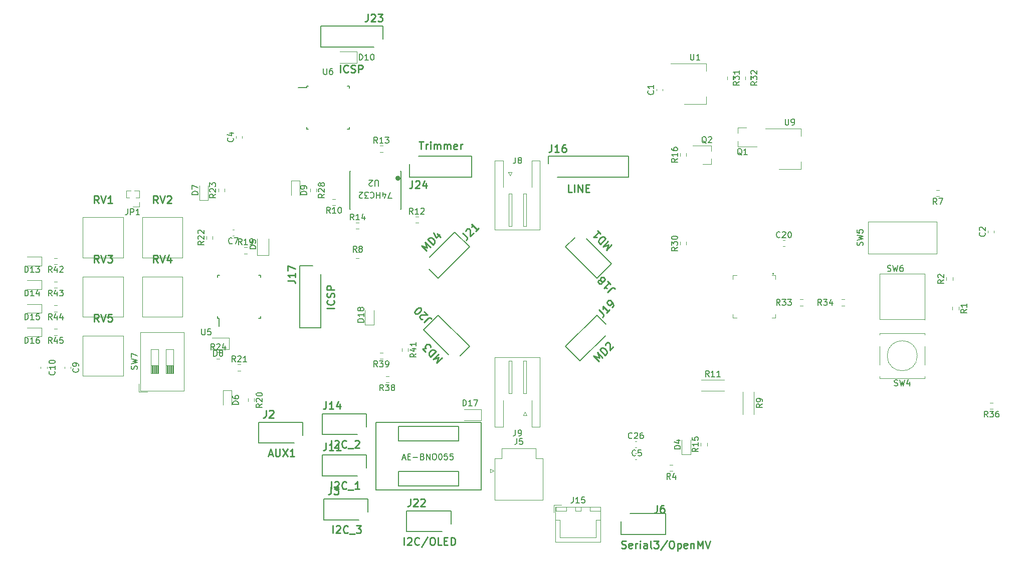
<source format=gto>
%TF.GenerationSoftware,KiCad,Pcbnew,(6.0.9)*%
%TF.CreationDate,2022-12-21T05:14:32+09:00*%
%TF.ProjectId,main,6d61696e-2e6b-4696-9361-645f70636258,rev?*%
%TF.SameCoordinates,Original*%
%TF.FileFunction,Legend,Top*%
%TF.FilePolarity,Positive*%
%FSLAX46Y46*%
G04 Gerber Fmt 4.6, Leading zero omitted, Abs format (unit mm)*
G04 Created by KiCad (PCBNEW (6.0.9)) date 2022-12-21 05:14:32*
%MOMM*%
%LPD*%
G01*
G04 APERTURE LIST*
%ADD10C,0.150000*%
%ADD11C,0.254000*%
%ADD12C,0.200000*%
%ADD13C,0.120000*%
%ADD14C,0.100000*%
%ADD15C,0.203200*%
%ADD16C,0.149860*%
%ADD17C,0.381000*%
G04 APERTURE END LIST*
D10*
%TO.C,R20*%
X106882380Y-118142857D02*
X106406190Y-118476190D01*
X106882380Y-118714285D02*
X105882380Y-118714285D01*
X105882380Y-118333333D01*
X105930000Y-118238095D01*
X105977619Y-118190476D01*
X106072857Y-118142857D01*
X106215714Y-118142857D01*
X106310952Y-118190476D01*
X106358571Y-118238095D01*
X106406190Y-118333333D01*
X106406190Y-118714285D01*
X105977619Y-117761904D02*
X105930000Y-117714285D01*
X105882380Y-117619047D01*
X105882380Y-117380952D01*
X105930000Y-117285714D01*
X105977619Y-117238095D01*
X106072857Y-117190476D01*
X106168095Y-117190476D01*
X106310952Y-117238095D01*
X106882380Y-117809523D01*
X106882380Y-117190476D01*
X105882380Y-116571428D02*
X105882380Y-116476190D01*
X105930000Y-116380952D01*
X105977619Y-116333333D01*
X106072857Y-116285714D01*
X106263333Y-116238095D01*
X106501428Y-116238095D01*
X106691904Y-116285714D01*
X106787142Y-116333333D01*
X106834761Y-116380952D01*
X106882380Y-116476190D01*
X106882380Y-116571428D01*
X106834761Y-116666666D01*
X106787142Y-116714285D01*
X106691904Y-116761904D01*
X106501428Y-116809523D01*
X106263333Y-116809523D01*
X106072857Y-116761904D01*
X105977619Y-116714285D01*
X105930000Y-116666666D01*
X105882380Y-116571428D01*
%TO.C,SW5*%
X208304761Y-91333333D02*
X208352380Y-91190476D01*
X208352380Y-90952380D01*
X208304761Y-90857142D01*
X208257142Y-90809523D01*
X208161904Y-90761904D01*
X208066666Y-90761904D01*
X207971428Y-90809523D01*
X207923809Y-90857142D01*
X207876190Y-90952380D01*
X207828571Y-91142857D01*
X207780952Y-91238095D01*
X207733333Y-91285714D01*
X207638095Y-91333333D01*
X207542857Y-91333333D01*
X207447619Y-91285714D01*
X207400000Y-91238095D01*
X207352380Y-91142857D01*
X207352380Y-90904761D01*
X207400000Y-90761904D01*
X207352380Y-90428571D02*
X208352380Y-90190476D01*
X207638095Y-90000000D01*
X208352380Y-89809523D01*
X207352380Y-89571428D01*
X207352380Y-88714285D02*
X207352380Y-89190476D01*
X207828571Y-89238095D01*
X207780952Y-89190476D01*
X207733333Y-89095238D01*
X207733333Y-88857142D01*
X207780952Y-88761904D01*
X207828571Y-88714285D01*
X207923809Y-88666666D01*
X208161904Y-88666666D01*
X208257142Y-88714285D01*
X208304761Y-88761904D01*
X208352380Y-88857142D01*
X208352380Y-89095238D01*
X208304761Y-89190476D01*
X208257142Y-89238095D01*
D11*
%TO.C,RV2*%
X89244047Y-84224523D02*
X88820714Y-83619761D01*
X88518333Y-84224523D02*
X88518333Y-82954523D01*
X89002142Y-82954523D01*
X89123095Y-83015000D01*
X89183571Y-83075476D01*
X89244047Y-83196428D01*
X89244047Y-83377857D01*
X89183571Y-83498809D01*
X89123095Y-83559285D01*
X89002142Y-83619761D01*
X88518333Y-83619761D01*
X89606904Y-82954523D02*
X90030238Y-84224523D01*
X90453571Y-82954523D01*
X90816428Y-83075476D02*
X90876904Y-83015000D01*
X90997857Y-82954523D01*
X91300238Y-82954523D01*
X91421190Y-83015000D01*
X91481666Y-83075476D01*
X91542142Y-83196428D01*
X91542142Y-83317380D01*
X91481666Y-83498809D01*
X90755952Y-84224523D01*
X91542142Y-84224523D01*
D10*
%TO.C,R28*%
X117382380Y-82642857D02*
X116906190Y-82976190D01*
X117382380Y-83214285D02*
X116382380Y-83214285D01*
X116382380Y-82833333D01*
X116430000Y-82738095D01*
X116477619Y-82690476D01*
X116572857Y-82642857D01*
X116715714Y-82642857D01*
X116810952Y-82690476D01*
X116858571Y-82738095D01*
X116906190Y-82833333D01*
X116906190Y-83214285D01*
X116477619Y-82261904D02*
X116430000Y-82214285D01*
X116382380Y-82119047D01*
X116382380Y-81880952D01*
X116430000Y-81785714D01*
X116477619Y-81738095D01*
X116572857Y-81690476D01*
X116668095Y-81690476D01*
X116810952Y-81738095D01*
X117382380Y-82309523D01*
X117382380Y-81690476D01*
X116810952Y-81119047D02*
X116763333Y-81214285D01*
X116715714Y-81261904D01*
X116620476Y-81309523D01*
X116572857Y-81309523D01*
X116477619Y-81261904D01*
X116430000Y-81214285D01*
X116382380Y-81119047D01*
X116382380Y-80928571D01*
X116430000Y-80833333D01*
X116477619Y-80785714D01*
X116572857Y-80738095D01*
X116620476Y-80738095D01*
X116715714Y-80785714D01*
X116763333Y-80833333D01*
X116810952Y-80928571D01*
X116810952Y-81119047D01*
X116858571Y-81214285D01*
X116906190Y-81261904D01*
X117001428Y-81309523D01*
X117191904Y-81309523D01*
X117287142Y-81261904D01*
X117334761Y-81214285D01*
X117382380Y-81119047D01*
X117382380Y-80928571D01*
X117334761Y-80833333D01*
X117287142Y-80785714D01*
X117191904Y-80738095D01*
X117001428Y-80738095D01*
X116906190Y-80785714D01*
X116858571Y-80833333D01*
X116810952Y-80928571D01*
D11*
%TO.C,J17*%
X111198523Y-97278095D02*
X112105666Y-97278095D01*
X112287095Y-97338571D01*
X112408047Y-97459523D01*
X112468523Y-97640952D01*
X112468523Y-97761904D01*
X112468523Y-96008095D02*
X112468523Y-96733809D01*
X112468523Y-96370952D02*
X111198523Y-96370952D01*
X111379952Y-96491904D01*
X111500904Y-96612857D01*
X111561380Y-96733809D01*
X111198523Y-95584761D02*
X111198523Y-94738095D01*
X112468523Y-95282380D01*
X119072523Y-101934761D02*
X117802523Y-101934761D01*
X118951571Y-100604285D02*
X119012047Y-100664761D01*
X119072523Y-100846190D01*
X119072523Y-100967142D01*
X119012047Y-101148571D01*
X118891095Y-101269523D01*
X118770142Y-101330000D01*
X118528238Y-101390476D01*
X118346809Y-101390476D01*
X118104904Y-101330000D01*
X117983952Y-101269523D01*
X117863000Y-101148571D01*
X117802523Y-100967142D01*
X117802523Y-100846190D01*
X117863000Y-100664761D01*
X117923476Y-100604285D01*
X119012047Y-100120476D02*
X119072523Y-99939047D01*
X119072523Y-99636666D01*
X119012047Y-99515714D01*
X118951571Y-99455238D01*
X118830619Y-99394761D01*
X118709666Y-99394761D01*
X118588714Y-99455238D01*
X118528238Y-99515714D01*
X118467761Y-99636666D01*
X118407285Y-99878571D01*
X118346809Y-99999523D01*
X118286333Y-100060000D01*
X118165380Y-100120476D01*
X118044428Y-100120476D01*
X117923476Y-100060000D01*
X117863000Y-99999523D01*
X117802523Y-99878571D01*
X117802523Y-99576190D01*
X117863000Y-99394761D01*
X119072523Y-98850476D02*
X117802523Y-98850476D01*
X117802523Y-98366666D01*
X117863000Y-98245714D01*
X117923476Y-98185238D01*
X118044428Y-98124761D01*
X118225857Y-98124761D01*
X118346809Y-98185238D01*
X118407285Y-98245714D01*
X118467761Y-98366666D01*
X118467761Y-98850476D01*
D10*
%TO.C,J8*%
X149666666Y-76452380D02*
X149666666Y-77166666D01*
X149619047Y-77309523D01*
X149523809Y-77404761D01*
X149380952Y-77452380D01*
X149285714Y-77452380D01*
X150285714Y-76880952D02*
X150190476Y-76833333D01*
X150142857Y-76785714D01*
X150095238Y-76690476D01*
X150095238Y-76642857D01*
X150142857Y-76547619D01*
X150190476Y-76500000D01*
X150285714Y-76452380D01*
X150476190Y-76452380D01*
X150571428Y-76500000D01*
X150619047Y-76547619D01*
X150666666Y-76642857D01*
X150666666Y-76690476D01*
X150619047Y-76785714D01*
X150571428Y-76833333D01*
X150476190Y-76880952D01*
X150285714Y-76880952D01*
X150190476Y-76928571D01*
X150142857Y-76976190D01*
X150095238Y-77071428D01*
X150095238Y-77261904D01*
X150142857Y-77357142D01*
X150190476Y-77404761D01*
X150285714Y-77452380D01*
X150476190Y-77452380D01*
X150571428Y-77404761D01*
X150619047Y-77357142D01*
X150666666Y-77261904D01*
X150666666Y-77071428D01*
X150619047Y-76976190D01*
X150571428Y-76928571D01*
X150476190Y-76880952D01*
%TO.C,D4*%
X177522380Y-125738095D02*
X176522380Y-125738095D01*
X176522380Y-125500000D01*
X176570000Y-125357142D01*
X176665238Y-125261904D01*
X176760476Y-125214285D01*
X176950952Y-125166666D01*
X177093809Y-125166666D01*
X177284285Y-125214285D01*
X177379523Y-125261904D01*
X177474761Y-125357142D01*
X177522380Y-125500000D01*
X177522380Y-125738095D01*
X176855714Y-124309523D02*
X177522380Y-124309523D01*
X176474761Y-124547619D02*
X177189047Y-124785714D01*
X177189047Y-124166666D01*
%TO.C,C5*%
X169979600Y-126847142D02*
X169931981Y-126894761D01*
X169789124Y-126942380D01*
X169693886Y-126942380D01*
X169551028Y-126894761D01*
X169455790Y-126799523D01*
X169408171Y-126704285D01*
X169360552Y-126513809D01*
X169360552Y-126370952D01*
X169408171Y-126180476D01*
X169455790Y-126085238D01*
X169551028Y-125990000D01*
X169693886Y-125942380D01*
X169789124Y-125942380D01*
X169931981Y-125990000D01*
X169979600Y-126037619D01*
X170884362Y-125942380D02*
X170408171Y-125942380D01*
X170360552Y-126418571D01*
X170408171Y-126370952D01*
X170503409Y-126323333D01*
X170741505Y-126323333D01*
X170836743Y-126370952D01*
X170884362Y-126418571D01*
X170931981Y-126513809D01*
X170931981Y-126751904D01*
X170884362Y-126847142D01*
X170836743Y-126894761D01*
X170741505Y-126942380D01*
X170503409Y-126942380D01*
X170408171Y-126894761D01*
X170360552Y-126847142D01*
%TO.C,D15*%
X66785714Y-103882380D02*
X66785714Y-102882380D01*
X67023809Y-102882380D01*
X67166666Y-102930000D01*
X67261904Y-103025238D01*
X67309523Y-103120476D01*
X67357142Y-103310952D01*
X67357142Y-103453809D01*
X67309523Y-103644285D01*
X67261904Y-103739523D01*
X67166666Y-103834761D01*
X67023809Y-103882380D01*
X66785714Y-103882380D01*
X68309523Y-103882380D02*
X67738095Y-103882380D01*
X68023809Y-103882380D02*
X68023809Y-102882380D01*
X67928571Y-103025238D01*
X67833333Y-103120476D01*
X67738095Y-103168095D01*
X69214285Y-102882380D02*
X68738095Y-102882380D01*
X68690476Y-103358571D01*
X68738095Y-103310952D01*
X68833333Y-103263333D01*
X69071428Y-103263333D01*
X69166666Y-103310952D01*
X69214285Y-103358571D01*
X69261904Y-103453809D01*
X69261904Y-103691904D01*
X69214285Y-103787142D01*
X69166666Y-103834761D01*
X69071428Y-103882380D01*
X68833333Y-103882380D01*
X68738095Y-103834761D01*
X68690476Y-103787142D01*
%TO.C,U1*%
X179238095Y-58952380D02*
X179238095Y-59761904D01*
X179285714Y-59857142D01*
X179333333Y-59904761D01*
X179428571Y-59952380D01*
X179619047Y-59952380D01*
X179714285Y-59904761D01*
X179761904Y-59857142D01*
X179809523Y-59761904D01*
X179809523Y-58952380D01*
X180809523Y-59952380D02*
X180238095Y-59952380D01*
X180523809Y-59952380D02*
X180523809Y-58952380D01*
X180428571Y-59095238D01*
X180333333Y-59190476D01*
X180238095Y-59238095D01*
%TO.C,R23*%
X99022380Y-82642857D02*
X98546190Y-82976190D01*
X99022380Y-83214285D02*
X98022380Y-83214285D01*
X98022380Y-82833333D01*
X98070000Y-82738095D01*
X98117619Y-82690476D01*
X98212857Y-82642857D01*
X98355714Y-82642857D01*
X98450952Y-82690476D01*
X98498571Y-82738095D01*
X98546190Y-82833333D01*
X98546190Y-83214285D01*
X98117619Y-82261904D02*
X98070000Y-82214285D01*
X98022380Y-82119047D01*
X98022380Y-81880952D01*
X98070000Y-81785714D01*
X98117619Y-81738095D01*
X98212857Y-81690476D01*
X98308095Y-81690476D01*
X98450952Y-81738095D01*
X99022380Y-82309523D01*
X99022380Y-81690476D01*
X98022380Y-81357142D02*
X98022380Y-80738095D01*
X98403333Y-81071428D01*
X98403333Y-80928571D01*
X98450952Y-80833333D01*
X98498571Y-80785714D01*
X98593809Y-80738095D01*
X98831904Y-80738095D01*
X98927142Y-80785714D01*
X98974761Y-80833333D01*
X99022380Y-80928571D01*
X99022380Y-81214285D01*
X98974761Y-81309523D01*
X98927142Y-81357142D01*
%TO.C,R31*%
X187452380Y-63642857D02*
X186976190Y-63976190D01*
X187452380Y-64214285D02*
X186452380Y-64214285D01*
X186452380Y-63833333D01*
X186500000Y-63738095D01*
X186547619Y-63690476D01*
X186642857Y-63642857D01*
X186785714Y-63642857D01*
X186880952Y-63690476D01*
X186928571Y-63738095D01*
X186976190Y-63833333D01*
X186976190Y-64214285D01*
X186452380Y-63309523D02*
X186452380Y-62690476D01*
X186833333Y-63023809D01*
X186833333Y-62880952D01*
X186880952Y-62785714D01*
X186928571Y-62738095D01*
X187023809Y-62690476D01*
X187261904Y-62690476D01*
X187357142Y-62738095D01*
X187404761Y-62785714D01*
X187452380Y-62880952D01*
X187452380Y-63166666D01*
X187404761Y-63261904D01*
X187357142Y-63309523D01*
X187452380Y-61738095D02*
X187452380Y-62309523D01*
X187452380Y-62023809D02*
X186452380Y-62023809D01*
X186595238Y-62119047D01*
X186690476Y-62214285D01*
X186738095Y-62309523D01*
%TO.C,SW6*%
X212501666Y-95664761D02*
X212644523Y-95712380D01*
X212882619Y-95712380D01*
X212977857Y-95664761D01*
X213025476Y-95617142D01*
X213073095Y-95521904D01*
X213073095Y-95426666D01*
X213025476Y-95331428D01*
X212977857Y-95283809D01*
X212882619Y-95236190D01*
X212692142Y-95188571D01*
X212596904Y-95140952D01*
X212549285Y-95093333D01*
X212501666Y-94998095D01*
X212501666Y-94902857D01*
X212549285Y-94807619D01*
X212596904Y-94760000D01*
X212692142Y-94712380D01*
X212930238Y-94712380D01*
X213073095Y-94760000D01*
X213406428Y-94712380D02*
X213644523Y-95712380D01*
X213835000Y-94998095D01*
X214025476Y-95712380D01*
X214263571Y-94712380D01*
X215073095Y-94712380D02*
X214882619Y-94712380D01*
X214787380Y-94760000D01*
X214739761Y-94807619D01*
X214644523Y-94950476D01*
X214596904Y-95140952D01*
X214596904Y-95521904D01*
X214644523Y-95617142D01*
X214692142Y-95664761D01*
X214787380Y-95712380D01*
X214977857Y-95712380D01*
X215073095Y-95664761D01*
X215120714Y-95617142D01*
X215168333Y-95521904D01*
X215168333Y-95283809D01*
X215120714Y-95188571D01*
X215073095Y-95140952D01*
X214977857Y-95093333D01*
X214787380Y-95093333D01*
X214692142Y-95140952D01*
X214644523Y-95188571D01*
X214596904Y-95283809D01*
%TO.C,D5*%
X105802380Y-91913095D02*
X104802380Y-91913095D01*
X104802380Y-91675000D01*
X104850000Y-91532142D01*
X104945238Y-91436904D01*
X105040476Y-91389285D01*
X105230952Y-91341666D01*
X105373809Y-91341666D01*
X105564285Y-91389285D01*
X105659523Y-91436904D01*
X105754761Y-91532142D01*
X105802380Y-91675000D01*
X105802380Y-91913095D01*
X104802380Y-90436904D02*
X104802380Y-90913095D01*
X105278571Y-90960714D01*
X105230952Y-90913095D01*
X105183333Y-90817857D01*
X105183333Y-90579761D01*
X105230952Y-90484523D01*
X105278571Y-90436904D01*
X105373809Y-90389285D01*
X105611904Y-90389285D01*
X105707142Y-90436904D01*
X105754761Y-90484523D01*
X105802380Y-90579761D01*
X105802380Y-90817857D01*
X105754761Y-90913095D01*
X105707142Y-90960714D01*
%TO.C,R7*%
X220833333Y-84382380D02*
X220500000Y-83906190D01*
X220261904Y-84382380D02*
X220261904Y-83382380D01*
X220642857Y-83382380D01*
X220738095Y-83430000D01*
X220785714Y-83477619D01*
X220833333Y-83572857D01*
X220833333Y-83715714D01*
X220785714Y-83810952D01*
X220738095Y-83858571D01*
X220642857Y-83906190D01*
X220261904Y-83906190D01*
X221166666Y-83382380D02*
X221833333Y-83382380D01*
X221404761Y-84382380D01*
D11*
%TO.C,J14*%
X117653904Y-117748523D02*
X117653904Y-118655666D01*
X117593428Y-118837095D01*
X117472476Y-118958047D01*
X117291047Y-119018523D01*
X117170095Y-119018523D01*
X118923904Y-119018523D02*
X118198190Y-119018523D01*
X118561047Y-119018523D02*
X118561047Y-117748523D01*
X118440095Y-117929952D01*
X118319142Y-118050904D01*
X118198190Y-118111380D01*
X120012476Y-118171857D02*
X120012476Y-119018523D01*
X119710095Y-117688047D02*
X119407714Y-118595190D01*
X120193904Y-118595190D01*
X118571666Y-125574523D02*
X118571666Y-124304523D01*
X119115952Y-124425476D02*
X119176428Y-124365000D01*
X119297380Y-124304523D01*
X119599761Y-124304523D01*
X119720714Y-124365000D01*
X119781190Y-124425476D01*
X119841666Y-124546428D01*
X119841666Y-124667380D01*
X119781190Y-124848809D01*
X119055476Y-125574523D01*
X119841666Y-125574523D01*
X121111666Y-125453571D02*
X121051190Y-125514047D01*
X120869761Y-125574523D01*
X120748809Y-125574523D01*
X120567380Y-125514047D01*
X120446428Y-125393095D01*
X120385952Y-125272142D01*
X120325476Y-125030238D01*
X120325476Y-124848809D01*
X120385952Y-124606904D01*
X120446428Y-124485952D01*
X120567380Y-124365000D01*
X120748809Y-124304523D01*
X120869761Y-124304523D01*
X121051190Y-124365000D01*
X121111666Y-124425476D01*
X121353571Y-125695476D02*
X122321190Y-125695476D01*
X122563095Y-124425476D02*
X122623571Y-124365000D01*
X122744523Y-124304523D01*
X123046904Y-124304523D01*
X123167857Y-124365000D01*
X123228333Y-124425476D01*
X123288809Y-124546428D01*
X123288809Y-124667380D01*
X123228333Y-124848809D01*
X122502619Y-125574523D01*
X123288809Y-125574523D01*
D10*
%TO.C,J5*%
X149889166Y-124002380D02*
X149889166Y-124716666D01*
X149841547Y-124859523D01*
X149746309Y-124954761D01*
X149603452Y-125002380D01*
X149508214Y-125002380D01*
X150841547Y-124002380D02*
X150365357Y-124002380D01*
X150317738Y-124478571D01*
X150365357Y-124430952D01*
X150460595Y-124383333D01*
X150698690Y-124383333D01*
X150793928Y-124430952D01*
X150841547Y-124478571D01*
X150889166Y-124573809D01*
X150889166Y-124811904D01*
X150841547Y-124907142D01*
X150793928Y-124954761D01*
X150698690Y-125002380D01*
X150460595Y-125002380D01*
X150365357Y-124954761D01*
X150317738Y-124907142D01*
%TO.C,C10*%
X71787142Y-112642857D02*
X71834761Y-112690476D01*
X71882380Y-112833333D01*
X71882380Y-112928571D01*
X71834761Y-113071428D01*
X71739523Y-113166666D01*
X71644285Y-113214285D01*
X71453809Y-113261904D01*
X71310952Y-113261904D01*
X71120476Y-113214285D01*
X71025238Y-113166666D01*
X70930000Y-113071428D01*
X70882380Y-112928571D01*
X70882380Y-112833333D01*
X70930000Y-112690476D01*
X70977619Y-112642857D01*
X71882380Y-111690476D02*
X71882380Y-112261904D01*
X71882380Y-111976190D02*
X70882380Y-111976190D01*
X71025238Y-112071428D01*
X71120476Y-112166666D01*
X71168095Y-112261904D01*
X70882380Y-111071428D02*
X70882380Y-110976190D01*
X70930000Y-110880952D01*
X70977619Y-110833333D01*
X71072857Y-110785714D01*
X71263333Y-110738095D01*
X71501428Y-110738095D01*
X71691904Y-110785714D01*
X71787142Y-110833333D01*
X71834761Y-110880952D01*
X71882380Y-110976190D01*
X71882380Y-111071428D01*
X71834761Y-111166666D01*
X71787142Y-111214285D01*
X71691904Y-111261904D01*
X71501428Y-111309523D01*
X71263333Y-111309523D01*
X71072857Y-111261904D01*
X70977619Y-111214285D01*
X70930000Y-111166666D01*
X70882380Y-111071428D01*
D11*
%TO.C,J20*%
X134235204Y-104329673D02*
X134876651Y-103688226D01*
X135047703Y-103602699D01*
X135218756Y-103602699D01*
X135389808Y-103688226D01*
X135475334Y-103773752D01*
X133935862Y-103859278D02*
X133850336Y-103859278D01*
X133722046Y-103816515D01*
X133508231Y-103602699D01*
X133465467Y-103474410D01*
X133465467Y-103388884D01*
X133508231Y-103260594D01*
X133593757Y-103175068D01*
X133764809Y-103089542D01*
X134791124Y-103089542D01*
X134235204Y-102533621D01*
X132781257Y-102875726D02*
X132695731Y-102790200D01*
X132652968Y-102661911D01*
X132652968Y-102576384D01*
X132695731Y-102448095D01*
X132824021Y-102234279D01*
X133037836Y-102020464D01*
X133251652Y-101892174D01*
X133379941Y-101849411D01*
X133465467Y-101849411D01*
X133593757Y-101892174D01*
X133679283Y-101977701D01*
X133722046Y-102105990D01*
X133722046Y-102191516D01*
X133679283Y-102319806D01*
X133550994Y-102533621D01*
X133337178Y-102747437D01*
X133123362Y-102875726D01*
X132995073Y-102918489D01*
X132909547Y-102918489D01*
X132781257Y-102875726D01*
X137248790Y-110315332D02*
X136350764Y-111213357D01*
X136692869Y-110272569D01*
X135752081Y-110614674D01*
X136650106Y-109716648D01*
X136222475Y-109289017D02*
X135324450Y-110187042D01*
X135110634Y-109973227D01*
X135025108Y-109802174D01*
X135025108Y-109631122D01*
X135067871Y-109502832D01*
X135196160Y-109289017D01*
X135324450Y-109160727D01*
X135538265Y-109032438D01*
X135666555Y-108989675D01*
X135837607Y-108989675D01*
X136008659Y-109075201D01*
X136222475Y-109289017D01*
X134511950Y-109374543D02*
X133956030Y-108818622D01*
X134597476Y-108775859D01*
X134469187Y-108647570D01*
X134426424Y-108519281D01*
X134426424Y-108433754D01*
X134469187Y-108305465D01*
X134683003Y-108091649D01*
X134811292Y-108048886D01*
X134896818Y-108048886D01*
X135025108Y-108091649D01*
X135281686Y-108348228D01*
X135324450Y-108476517D01*
X135324450Y-108562044D01*
D10*
%TO.C,R14*%
X122357142Y-87022380D02*
X122023809Y-86546190D01*
X121785714Y-87022380D02*
X121785714Y-86022380D01*
X122166666Y-86022380D01*
X122261904Y-86070000D01*
X122309523Y-86117619D01*
X122357142Y-86212857D01*
X122357142Y-86355714D01*
X122309523Y-86450952D01*
X122261904Y-86498571D01*
X122166666Y-86546190D01*
X121785714Y-86546190D01*
X123309523Y-87022380D02*
X122738095Y-87022380D01*
X123023809Y-87022380D02*
X123023809Y-86022380D01*
X122928571Y-86165238D01*
X122833333Y-86260476D01*
X122738095Y-86308095D01*
X124166666Y-86355714D02*
X124166666Y-87022380D01*
X123928571Y-85974761D02*
X123690476Y-86689047D01*
X124309523Y-86689047D01*
%TO.C,D8*%
X98691904Y-110062380D02*
X98691904Y-109062380D01*
X98930000Y-109062380D01*
X99072857Y-109110000D01*
X99168095Y-109205238D01*
X99215714Y-109300476D01*
X99263333Y-109490952D01*
X99263333Y-109633809D01*
X99215714Y-109824285D01*
X99168095Y-109919523D01*
X99072857Y-110014761D01*
X98930000Y-110062380D01*
X98691904Y-110062380D01*
X99834761Y-109490952D02*
X99739523Y-109443333D01*
X99691904Y-109395714D01*
X99644285Y-109300476D01*
X99644285Y-109252857D01*
X99691904Y-109157619D01*
X99739523Y-109110000D01*
X99834761Y-109062380D01*
X100025238Y-109062380D01*
X100120476Y-109110000D01*
X100168095Y-109157619D01*
X100215714Y-109252857D01*
X100215714Y-109300476D01*
X100168095Y-109395714D01*
X100120476Y-109443333D01*
X100025238Y-109490952D01*
X99834761Y-109490952D01*
X99739523Y-109538571D01*
X99691904Y-109586190D01*
X99644285Y-109681428D01*
X99644285Y-109871904D01*
X99691904Y-109967142D01*
X99739523Y-110014761D01*
X99834761Y-110062380D01*
X100025238Y-110062380D01*
X100120476Y-110014761D01*
X100168095Y-109967142D01*
X100215714Y-109871904D01*
X100215714Y-109681428D01*
X100168095Y-109586190D01*
X100120476Y-109538571D01*
X100025238Y-109490952D01*
%TO.C,SW7*%
X85709761Y-112290833D02*
X85757380Y-112147976D01*
X85757380Y-111909880D01*
X85709761Y-111814642D01*
X85662142Y-111767023D01*
X85566904Y-111719404D01*
X85471666Y-111719404D01*
X85376428Y-111767023D01*
X85328809Y-111814642D01*
X85281190Y-111909880D01*
X85233571Y-112100357D01*
X85185952Y-112195595D01*
X85138333Y-112243214D01*
X85043095Y-112290833D01*
X84947857Y-112290833D01*
X84852619Y-112243214D01*
X84805000Y-112195595D01*
X84757380Y-112100357D01*
X84757380Y-111862261D01*
X84805000Y-111719404D01*
X84757380Y-111386071D02*
X85757380Y-111147976D01*
X85043095Y-110957500D01*
X85757380Y-110767023D01*
X84757380Y-110528928D01*
X84757380Y-110243214D02*
X84757380Y-109576547D01*
X85757380Y-110005119D01*
%TO.C,R41*%
X132882380Y-109642857D02*
X132406190Y-109976190D01*
X132882380Y-110214285D02*
X131882380Y-110214285D01*
X131882380Y-109833333D01*
X131930000Y-109738095D01*
X131977619Y-109690476D01*
X132072857Y-109642857D01*
X132215714Y-109642857D01*
X132310952Y-109690476D01*
X132358571Y-109738095D01*
X132406190Y-109833333D01*
X132406190Y-110214285D01*
X132215714Y-108785714D02*
X132882380Y-108785714D01*
X131834761Y-109023809D02*
X132549047Y-109261904D01*
X132549047Y-108642857D01*
X132882380Y-107738095D02*
X132882380Y-108309523D01*
X132882380Y-108023809D02*
X131882380Y-108023809D01*
X132025238Y-108119047D01*
X132120476Y-108214285D01*
X132168095Y-108309523D01*
%TO.C,R15*%
X180522380Y-125642857D02*
X180046190Y-125976190D01*
X180522380Y-126214285D02*
X179522380Y-126214285D01*
X179522380Y-125833333D01*
X179570000Y-125738095D01*
X179617619Y-125690476D01*
X179712857Y-125642857D01*
X179855714Y-125642857D01*
X179950952Y-125690476D01*
X179998571Y-125738095D01*
X180046190Y-125833333D01*
X180046190Y-126214285D01*
X180522380Y-124690476D02*
X180522380Y-125261904D01*
X180522380Y-124976190D02*
X179522380Y-124976190D01*
X179665238Y-125071428D01*
X179760476Y-125166666D01*
X179808095Y-125261904D01*
X179522380Y-123785714D02*
X179522380Y-124261904D01*
X179998571Y-124309523D01*
X179950952Y-124261904D01*
X179903333Y-124166666D01*
X179903333Y-123928571D01*
X179950952Y-123833333D01*
X179998571Y-123785714D01*
X180093809Y-123738095D01*
X180331904Y-123738095D01*
X180427142Y-123785714D01*
X180474761Y-123833333D01*
X180522380Y-123928571D01*
X180522380Y-124166666D01*
X180474761Y-124261904D01*
X180427142Y-124309523D01*
%TO.C,R34*%
X201357142Y-101452380D02*
X201023809Y-100976190D01*
X200785714Y-101452380D02*
X200785714Y-100452380D01*
X201166666Y-100452380D01*
X201261904Y-100500000D01*
X201309523Y-100547619D01*
X201357142Y-100642857D01*
X201357142Y-100785714D01*
X201309523Y-100880952D01*
X201261904Y-100928571D01*
X201166666Y-100976190D01*
X200785714Y-100976190D01*
X201690476Y-100452380D02*
X202309523Y-100452380D01*
X201976190Y-100833333D01*
X202119047Y-100833333D01*
X202214285Y-100880952D01*
X202261904Y-100928571D01*
X202309523Y-101023809D01*
X202309523Y-101261904D01*
X202261904Y-101357142D01*
X202214285Y-101404761D01*
X202119047Y-101452380D01*
X201833333Y-101452380D01*
X201738095Y-101404761D01*
X201690476Y-101357142D01*
X203166666Y-100785714D02*
X203166666Y-101452380D01*
X202928571Y-100404761D02*
X202690476Y-101119047D01*
X203309523Y-101119047D01*
%TO.C,D9*%
X114382380Y-82738095D02*
X113382380Y-82738095D01*
X113382380Y-82500000D01*
X113430000Y-82357142D01*
X113525238Y-82261904D01*
X113620476Y-82214285D01*
X113810952Y-82166666D01*
X113953809Y-82166666D01*
X114144285Y-82214285D01*
X114239523Y-82261904D01*
X114334761Y-82357142D01*
X114382380Y-82500000D01*
X114382380Y-82738095D01*
X114382380Y-81690476D02*
X114382380Y-81500000D01*
X114334761Y-81404761D01*
X114287142Y-81357142D01*
X114144285Y-81261904D01*
X113953809Y-81214285D01*
X113572857Y-81214285D01*
X113477619Y-81261904D01*
X113430000Y-81309523D01*
X113382380Y-81404761D01*
X113382380Y-81595238D01*
X113430000Y-81690476D01*
X113477619Y-81738095D01*
X113572857Y-81785714D01*
X113810952Y-81785714D01*
X113906190Y-81738095D01*
X113953809Y-81690476D01*
X114001428Y-81595238D01*
X114001428Y-81404761D01*
X113953809Y-81309523D01*
X113906190Y-81261904D01*
X113810952Y-81214285D01*
%TO.C,D7*%
X96022380Y-82738095D02*
X95022380Y-82738095D01*
X95022380Y-82500000D01*
X95070000Y-82357142D01*
X95165238Y-82261904D01*
X95260476Y-82214285D01*
X95450952Y-82166666D01*
X95593809Y-82166666D01*
X95784285Y-82214285D01*
X95879523Y-82261904D01*
X95974761Y-82357142D01*
X96022380Y-82500000D01*
X96022380Y-82738095D01*
X95022380Y-81833333D02*
X95022380Y-81166666D01*
X96022380Y-81595238D01*
%TO.C,Q1*%
X187904761Y-76047619D02*
X187809523Y-76000000D01*
X187714285Y-75904761D01*
X187571428Y-75761904D01*
X187476190Y-75714285D01*
X187380952Y-75714285D01*
X187428571Y-75952380D02*
X187333333Y-75904761D01*
X187238095Y-75809523D01*
X187190476Y-75619047D01*
X187190476Y-75285714D01*
X187238095Y-75095238D01*
X187333333Y-75000000D01*
X187428571Y-74952380D01*
X187619047Y-74952380D01*
X187714285Y-75000000D01*
X187809523Y-75095238D01*
X187857142Y-75285714D01*
X187857142Y-75619047D01*
X187809523Y-75809523D01*
X187714285Y-75904761D01*
X187619047Y-75952380D01*
X187428571Y-75952380D01*
X188809523Y-75952380D02*
X188238095Y-75952380D01*
X188523809Y-75952380D02*
X188523809Y-74952380D01*
X188428571Y-75095238D01*
X188333333Y-75190476D01*
X188238095Y-75238095D01*
%TO.C,J9*%
X149666666Y-122552380D02*
X149666666Y-123266666D01*
X149619047Y-123409523D01*
X149523809Y-123504761D01*
X149380952Y-123552380D01*
X149285714Y-123552380D01*
X150190476Y-123552380D02*
X150380952Y-123552380D01*
X150476190Y-123504761D01*
X150523809Y-123457142D01*
X150619047Y-123314285D01*
X150666666Y-123123809D01*
X150666666Y-122742857D01*
X150619047Y-122647619D01*
X150571428Y-122600000D01*
X150476190Y-122552380D01*
X150285714Y-122552380D01*
X150190476Y-122600000D01*
X150142857Y-122647619D01*
X150095238Y-122742857D01*
X150095238Y-122980952D01*
X150142857Y-123076190D01*
X150190476Y-123123809D01*
X150285714Y-123171428D01*
X150476190Y-123171428D01*
X150571428Y-123123809D01*
X150619047Y-123076190D01*
X150666666Y-122980952D01*
%TO.C,R8*%
X122833333Y-92452380D02*
X122500000Y-91976190D01*
X122261904Y-92452380D02*
X122261904Y-91452380D01*
X122642857Y-91452380D01*
X122738095Y-91500000D01*
X122785714Y-91547619D01*
X122833333Y-91642857D01*
X122833333Y-91785714D01*
X122785714Y-91880952D01*
X122738095Y-91928571D01*
X122642857Y-91976190D01*
X122261904Y-91976190D01*
X123404761Y-91880952D02*
X123309523Y-91833333D01*
X123261904Y-91785714D01*
X123214285Y-91690476D01*
X123214285Y-91642857D01*
X123261904Y-91547619D01*
X123309523Y-91500000D01*
X123404761Y-91452380D01*
X123595238Y-91452380D01*
X123690476Y-91500000D01*
X123738095Y-91547619D01*
X123785714Y-91642857D01*
X123785714Y-91690476D01*
X123738095Y-91785714D01*
X123690476Y-91833333D01*
X123595238Y-91880952D01*
X123404761Y-91880952D01*
X123309523Y-91928571D01*
X123261904Y-91976190D01*
X123214285Y-92071428D01*
X123214285Y-92261904D01*
X123261904Y-92357142D01*
X123309523Y-92404761D01*
X123404761Y-92452380D01*
X123595238Y-92452380D01*
X123690476Y-92404761D01*
X123738095Y-92357142D01*
X123785714Y-92261904D01*
X123785714Y-92071428D01*
X123738095Y-91976190D01*
X123690476Y-91928571D01*
X123595238Y-91880952D01*
%TO.C,J15*%
X159440476Y-133902380D02*
X159440476Y-134616666D01*
X159392857Y-134759523D01*
X159297619Y-134854761D01*
X159154761Y-134902380D01*
X159059523Y-134902380D01*
X160440476Y-134902380D02*
X159869047Y-134902380D01*
X160154761Y-134902380D02*
X160154761Y-133902380D01*
X160059523Y-134045238D01*
X159964285Y-134140476D01*
X159869047Y-134188095D01*
X161345238Y-133902380D02*
X160869047Y-133902380D01*
X160821428Y-134378571D01*
X160869047Y-134330952D01*
X160964285Y-134283333D01*
X161202380Y-134283333D01*
X161297619Y-134330952D01*
X161345238Y-134378571D01*
X161392857Y-134473809D01*
X161392857Y-134711904D01*
X161345238Y-134807142D01*
X161297619Y-134854761D01*
X161202380Y-134902380D01*
X160964285Y-134902380D01*
X160869047Y-134854761D01*
X160821428Y-134807142D01*
D11*
%TO.C,RV5*%
X79244047Y-104224523D02*
X78820714Y-103619761D01*
X78518333Y-104224523D02*
X78518333Y-102954523D01*
X79002142Y-102954523D01*
X79123095Y-103015000D01*
X79183571Y-103075476D01*
X79244047Y-103196428D01*
X79244047Y-103377857D01*
X79183571Y-103498809D01*
X79123095Y-103559285D01*
X79002142Y-103619761D01*
X78518333Y-103619761D01*
X79606904Y-102954523D02*
X80030238Y-104224523D01*
X80453571Y-102954523D01*
X81481666Y-102954523D02*
X80876904Y-102954523D01*
X80816428Y-103559285D01*
X80876904Y-103498809D01*
X80997857Y-103438333D01*
X81300238Y-103438333D01*
X81421190Y-103498809D01*
X81481666Y-103559285D01*
X81542142Y-103680238D01*
X81542142Y-103982619D01*
X81481666Y-104103571D01*
X81421190Y-104164047D01*
X81300238Y-104224523D01*
X80997857Y-104224523D01*
X80876904Y-104164047D01*
X80816428Y-104103571D01*
D10*
%TO.C,R39*%
X126357142Y-111882380D02*
X126023809Y-111406190D01*
X125785714Y-111882380D02*
X125785714Y-110882380D01*
X126166666Y-110882380D01*
X126261904Y-110930000D01*
X126309523Y-110977619D01*
X126357142Y-111072857D01*
X126357142Y-111215714D01*
X126309523Y-111310952D01*
X126261904Y-111358571D01*
X126166666Y-111406190D01*
X125785714Y-111406190D01*
X126690476Y-110882380D02*
X127309523Y-110882380D01*
X126976190Y-111263333D01*
X127119047Y-111263333D01*
X127214285Y-111310952D01*
X127261904Y-111358571D01*
X127309523Y-111453809D01*
X127309523Y-111691904D01*
X127261904Y-111787142D01*
X127214285Y-111834761D01*
X127119047Y-111882380D01*
X126833333Y-111882380D01*
X126738095Y-111834761D01*
X126690476Y-111787142D01*
X127785714Y-111882380D02*
X127976190Y-111882380D01*
X128071428Y-111834761D01*
X128119047Y-111787142D01*
X128214285Y-111644285D01*
X128261904Y-111453809D01*
X128261904Y-111072857D01*
X128214285Y-110977619D01*
X128166666Y-110930000D01*
X128071428Y-110882380D01*
X127880952Y-110882380D01*
X127785714Y-110930000D01*
X127738095Y-110977619D01*
X127690476Y-111072857D01*
X127690476Y-111310952D01*
X127738095Y-111406190D01*
X127785714Y-111453809D01*
X127880952Y-111501428D01*
X128071428Y-111501428D01*
X128166666Y-111453809D01*
X128214285Y-111406190D01*
X128261904Y-111310952D01*
%TO.C,R43*%
X71357142Y-99882380D02*
X71023809Y-99406190D01*
X70785714Y-99882380D02*
X70785714Y-98882380D01*
X71166666Y-98882380D01*
X71261904Y-98930000D01*
X71309523Y-98977619D01*
X71357142Y-99072857D01*
X71357142Y-99215714D01*
X71309523Y-99310952D01*
X71261904Y-99358571D01*
X71166666Y-99406190D01*
X70785714Y-99406190D01*
X72214285Y-99215714D02*
X72214285Y-99882380D01*
X71976190Y-98834761D02*
X71738095Y-99549047D01*
X72357142Y-99549047D01*
X72642857Y-98882380D02*
X73261904Y-98882380D01*
X72928571Y-99263333D01*
X73071428Y-99263333D01*
X73166666Y-99310952D01*
X73214285Y-99358571D01*
X73261904Y-99453809D01*
X73261904Y-99691904D01*
X73214285Y-99787142D01*
X73166666Y-99834761D01*
X73071428Y-99882380D01*
X72785714Y-99882380D01*
X72690476Y-99834761D01*
X72642857Y-99787142D01*
D11*
%TO.C,J23*%
X124721904Y-52198523D02*
X124721904Y-53105666D01*
X124661428Y-53287095D01*
X124540476Y-53408047D01*
X124359047Y-53468523D01*
X124238095Y-53468523D01*
X125266190Y-52319476D02*
X125326666Y-52259000D01*
X125447619Y-52198523D01*
X125750000Y-52198523D01*
X125870952Y-52259000D01*
X125931428Y-52319476D01*
X125991904Y-52440428D01*
X125991904Y-52561380D01*
X125931428Y-52742809D01*
X125205714Y-53468523D01*
X125991904Y-53468523D01*
X126415238Y-52198523D02*
X127201428Y-52198523D01*
X126778095Y-52682333D01*
X126959523Y-52682333D01*
X127080476Y-52742809D01*
X127140952Y-52803285D01*
X127201428Y-52924238D01*
X127201428Y-53226619D01*
X127140952Y-53347571D01*
X127080476Y-53408047D01*
X126959523Y-53468523D01*
X126596666Y-53468523D01*
X126475714Y-53408047D01*
X126415238Y-53347571D01*
X120065238Y-62072523D02*
X120065238Y-60802523D01*
X121395714Y-61951571D02*
X121335238Y-62012047D01*
X121153809Y-62072523D01*
X121032857Y-62072523D01*
X120851428Y-62012047D01*
X120730476Y-61891095D01*
X120670000Y-61770142D01*
X120609523Y-61528238D01*
X120609523Y-61346809D01*
X120670000Y-61104904D01*
X120730476Y-60983952D01*
X120851428Y-60863000D01*
X121032857Y-60802523D01*
X121153809Y-60802523D01*
X121335238Y-60863000D01*
X121395714Y-60923476D01*
X121879523Y-62012047D02*
X122060952Y-62072523D01*
X122363333Y-62072523D01*
X122484285Y-62012047D01*
X122544761Y-61951571D01*
X122605238Y-61830619D01*
X122605238Y-61709666D01*
X122544761Y-61588714D01*
X122484285Y-61528238D01*
X122363333Y-61467761D01*
X122121428Y-61407285D01*
X122000476Y-61346809D01*
X121940000Y-61286333D01*
X121879523Y-61165380D01*
X121879523Y-61044428D01*
X121940000Y-60923476D01*
X122000476Y-60863000D01*
X122121428Y-60802523D01*
X122423809Y-60802523D01*
X122605238Y-60863000D01*
X123149523Y-62072523D02*
X123149523Y-60802523D01*
X123633333Y-60802523D01*
X123754285Y-60863000D01*
X123814761Y-60923476D01*
X123875238Y-61044428D01*
X123875238Y-61225857D01*
X123814761Y-61346809D01*
X123754285Y-61407285D01*
X123633333Y-61467761D01*
X123149523Y-61467761D01*
D10*
%TO.C,R13*%
X126357142Y-74022380D02*
X126023809Y-73546190D01*
X125785714Y-74022380D02*
X125785714Y-73022380D01*
X126166666Y-73022380D01*
X126261904Y-73070000D01*
X126309523Y-73117619D01*
X126357142Y-73212857D01*
X126357142Y-73355714D01*
X126309523Y-73450952D01*
X126261904Y-73498571D01*
X126166666Y-73546190D01*
X125785714Y-73546190D01*
X127309523Y-74022380D02*
X126738095Y-74022380D01*
X127023809Y-74022380D02*
X127023809Y-73022380D01*
X126928571Y-73165238D01*
X126833333Y-73260476D01*
X126738095Y-73308095D01*
X127642857Y-73022380D02*
X128261904Y-73022380D01*
X127928571Y-73403333D01*
X128071428Y-73403333D01*
X128166666Y-73450952D01*
X128214285Y-73498571D01*
X128261904Y-73593809D01*
X128261904Y-73831904D01*
X128214285Y-73927142D01*
X128166666Y-73974761D01*
X128071428Y-74022380D01*
X127785714Y-74022380D01*
X127690476Y-73974761D01*
X127642857Y-73927142D01*
D11*
%TO.C,RV4*%
X89244047Y-94224523D02*
X88820714Y-93619761D01*
X88518333Y-94224523D02*
X88518333Y-92954523D01*
X89002142Y-92954523D01*
X89123095Y-93015000D01*
X89183571Y-93075476D01*
X89244047Y-93196428D01*
X89244047Y-93377857D01*
X89183571Y-93498809D01*
X89123095Y-93559285D01*
X89002142Y-93619761D01*
X88518333Y-93619761D01*
X89606904Y-92954523D02*
X90030238Y-94224523D01*
X90453571Y-92954523D01*
X91421190Y-93377857D02*
X91421190Y-94224523D01*
X91118809Y-92894047D02*
X90816428Y-93801190D01*
X91602619Y-93801190D01*
D10*
%TO.C,R11*%
X182357142Y-113532380D02*
X182023809Y-113056190D01*
X181785714Y-113532380D02*
X181785714Y-112532380D01*
X182166666Y-112532380D01*
X182261904Y-112580000D01*
X182309523Y-112627619D01*
X182357142Y-112722857D01*
X182357142Y-112865714D01*
X182309523Y-112960952D01*
X182261904Y-113008571D01*
X182166666Y-113056190D01*
X181785714Y-113056190D01*
X183309523Y-113532380D02*
X182738095Y-113532380D01*
X183023809Y-113532380D02*
X183023809Y-112532380D01*
X182928571Y-112675238D01*
X182833333Y-112770476D01*
X182738095Y-112818095D01*
X184261904Y-113532380D02*
X183690476Y-113532380D01*
X183976190Y-113532380D02*
X183976190Y-112532380D01*
X183880952Y-112675238D01*
X183785714Y-112770476D01*
X183690476Y-112818095D01*
%TO.C,SW4*%
X213666666Y-115024761D02*
X213809523Y-115072380D01*
X214047619Y-115072380D01*
X214142857Y-115024761D01*
X214190476Y-114977142D01*
X214238095Y-114881904D01*
X214238095Y-114786666D01*
X214190476Y-114691428D01*
X214142857Y-114643809D01*
X214047619Y-114596190D01*
X213857142Y-114548571D01*
X213761904Y-114500952D01*
X213714285Y-114453333D01*
X213666666Y-114358095D01*
X213666666Y-114262857D01*
X213714285Y-114167619D01*
X213761904Y-114120000D01*
X213857142Y-114072380D01*
X214095238Y-114072380D01*
X214238095Y-114120000D01*
X214571428Y-114072380D02*
X214809523Y-115072380D01*
X215000000Y-114358095D01*
X215190476Y-115072380D01*
X215428571Y-114072380D01*
X216238095Y-114405714D02*
X216238095Y-115072380D01*
X216000000Y-114024761D02*
X215761904Y-114739047D01*
X216380952Y-114739047D01*
D11*
%TO.C,J21*%
X140781238Y-89235204D02*
X141422685Y-89876651D01*
X141508212Y-90047703D01*
X141508212Y-90218756D01*
X141422685Y-90389808D01*
X141337159Y-90475334D01*
X141251633Y-88935862D02*
X141251633Y-88850336D01*
X141294396Y-88722046D01*
X141508212Y-88508231D01*
X141636501Y-88465467D01*
X141722027Y-88465467D01*
X141850317Y-88508231D01*
X141935843Y-88593757D01*
X142021369Y-88764809D01*
X142021369Y-89791124D01*
X142577290Y-89235204D01*
X143432552Y-88379941D02*
X142919395Y-88893099D01*
X143175973Y-88636520D02*
X142277948Y-87738494D01*
X142320711Y-87952310D01*
X142320711Y-88123362D01*
X142277948Y-88251652D01*
X134684667Y-92248790D02*
X133786642Y-91350764D01*
X134727430Y-91692869D01*
X134385325Y-90752081D01*
X135283351Y-91650106D01*
X135710982Y-91222475D02*
X134812957Y-90324450D01*
X135026772Y-90110634D01*
X135197825Y-90025108D01*
X135368877Y-90025108D01*
X135497167Y-90067871D01*
X135710982Y-90196160D01*
X135839272Y-90324450D01*
X135967561Y-90538265D01*
X136010324Y-90666555D01*
X136010324Y-90837607D01*
X135924798Y-91008659D01*
X135710982Y-91222475D01*
X136395192Y-89340898D02*
X136993876Y-89939581D01*
X135839272Y-89212608D02*
X136266903Y-90067871D01*
X136822823Y-89511950D01*
D10*
%TO.C,Q2*%
X181904761Y-74047619D02*
X181809523Y-74000000D01*
X181714285Y-73904761D01*
X181571428Y-73761904D01*
X181476190Y-73714285D01*
X181380952Y-73714285D01*
X181428571Y-73952380D02*
X181333333Y-73904761D01*
X181238095Y-73809523D01*
X181190476Y-73619047D01*
X181190476Y-73285714D01*
X181238095Y-73095238D01*
X181333333Y-73000000D01*
X181428571Y-72952380D01*
X181619047Y-72952380D01*
X181714285Y-73000000D01*
X181809523Y-73095238D01*
X181857142Y-73285714D01*
X181857142Y-73619047D01*
X181809523Y-73809523D01*
X181714285Y-73904761D01*
X181619047Y-73952380D01*
X181428571Y-73952380D01*
X182238095Y-73047619D02*
X182285714Y-73000000D01*
X182380952Y-72952380D01*
X182619047Y-72952380D01*
X182714285Y-73000000D01*
X182761904Y-73047619D01*
X182809523Y-73142857D01*
X182809523Y-73238095D01*
X182761904Y-73380952D01*
X182190476Y-73952380D01*
X182809523Y-73952380D01*
%TO.C,JP1*%
X84166666Y-85147380D02*
X84166666Y-85861666D01*
X84119047Y-86004523D01*
X84023809Y-86099761D01*
X83880952Y-86147380D01*
X83785714Y-86147380D01*
X84642857Y-86147380D02*
X84642857Y-85147380D01*
X85023809Y-85147380D01*
X85119047Y-85195000D01*
X85166666Y-85242619D01*
X85214285Y-85337857D01*
X85214285Y-85480714D01*
X85166666Y-85575952D01*
X85119047Y-85623571D01*
X85023809Y-85671190D01*
X84642857Y-85671190D01*
X86166666Y-86147380D02*
X85595238Y-86147380D01*
X85880952Y-86147380D02*
X85880952Y-85147380D01*
X85785714Y-85290238D01*
X85690476Y-85385476D01*
X85595238Y-85433095D01*
%TO.C,R36*%
X229444642Y-120382380D02*
X229111309Y-119906190D01*
X228873214Y-120382380D02*
X228873214Y-119382380D01*
X229254166Y-119382380D01*
X229349404Y-119430000D01*
X229397023Y-119477619D01*
X229444642Y-119572857D01*
X229444642Y-119715714D01*
X229397023Y-119810952D01*
X229349404Y-119858571D01*
X229254166Y-119906190D01*
X228873214Y-119906190D01*
X229777976Y-119382380D02*
X230397023Y-119382380D01*
X230063690Y-119763333D01*
X230206547Y-119763333D01*
X230301785Y-119810952D01*
X230349404Y-119858571D01*
X230397023Y-119953809D01*
X230397023Y-120191904D01*
X230349404Y-120287142D01*
X230301785Y-120334761D01*
X230206547Y-120382380D01*
X229920833Y-120382380D01*
X229825595Y-120334761D01*
X229777976Y-120287142D01*
X231254166Y-119382380D02*
X231063690Y-119382380D01*
X230968452Y-119430000D01*
X230920833Y-119477619D01*
X230825595Y-119620476D01*
X230777976Y-119810952D01*
X230777976Y-120191904D01*
X230825595Y-120287142D01*
X230873214Y-120334761D01*
X230968452Y-120382380D01*
X231158928Y-120382380D01*
X231254166Y-120334761D01*
X231301785Y-120287142D01*
X231349404Y-120191904D01*
X231349404Y-119953809D01*
X231301785Y-119858571D01*
X231254166Y-119810952D01*
X231158928Y-119763333D01*
X230968452Y-119763333D01*
X230873214Y-119810952D01*
X230825595Y-119858571D01*
X230777976Y-119953809D01*
%TO.C,D18*%
X124022380Y-104301785D02*
X123022380Y-104301785D01*
X123022380Y-104063690D01*
X123070000Y-103920833D01*
X123165238Y-103825595D01*
X123260476Y-103777976D01*
X123450952Y-103730357D01*
X123593809Y-103730357D01*
X123784285Y-103777976D01*
X123879523Y-103825595D01*
X123974761Y-103920833D01*
X124022380Y-104063690D01*
X124022380Y-104301785D01*
X124022380Y-102777976D02*
X124022380Y-103349404D01*
X124022380Y-103063690D02*
X123022380Y-103063690D01*
X123165238Y-103158928D01*
X123260476Y-103254166D01*
X123308095Y-103349404D01*
X123450952Y-102206547D02*
X123403333Y-102301785D01*
X123355714Y-102349404D01*
X123260476Y-102397023D01*
X123212857Y-102397023D01*
X123117619Y-102349404D01*
X123070000Y-102301785D01*
X123022380Y-102206547D01*
X123022380Y-102016071D01*
X123070000Y-101920833D01*
X123117619Y-101873214D01*
X123212857Y-101825595D01*
X123260476Y-101825595D01*
X123355714Y-101873214D01*
X123403333Y-101920833D01*
X123450952Y-102016071D01*
X123450952Y-102206547D01*
X123498571Y-102301785D01*
X123546190Y-102349404D01*
X123641428Y-102397023D01*
X123831904Y-102397023D01*
X123927142Y-102349404D01*
X123974761Y-102301785D01*
X124022380Y-102206547D01*
X124022380Y-102016071D01*
X123974761Y-101920833D01*
X123927142Y-101873214D01*
X123831904Y-101825595D01*
X123641428Y-101825595D01*
X123546190Y-101873214D01*
X123498571Y-101920833D01*
X123450952Y-102016071D01*
%TO.C,R21*%
X102357142Y-111022380D02*
X102023809Y-110546190D01*
X101785714Y-111022380D02*
X101785714Y-110022380D01*
X102166666Y-110022380D01*
X102261904Y-110070000D01*
X102309523Y-110117619D01*
X102357142Y-110212857D01*
X102357142Y-110355714D01*
X102309523Y-110450952D01*
X102261904Y-110498571D01*
X102166666Y-110546190D01*
X101785714Y-110546190D01*
X102738095Y-110117619D02*
X102785714Y-110070000D01*
X102880952Y-110022380D01*
X103119047Y-110022380D01*
X103214285Y-110070000D01*
X103261904Y-110117619D01*
X103309523Y-110212857D01*
X103309523Y-110308095D01*
X103261904Y-110450952D01*
X102690476Y-111022380D01*
X103309523Y-111022380D01*
X104261904Y-111022380D02*
X103690476Y-111022380D01*
X103976190Y-111022380D02*
X103976190Y-110022380D01*
X103880952Y-110165238D01*
X103785714Y-110260476D01*
X103690476Y-110308095D01*
D11*
%TO.C,J16*%
X155746904Y-74289523D02*
X155746904Y-75196666D01*
X155686428Y-75378095D01*
X155565476Y-75499047D01*
X155384047Y-75559523D01*
X155263095Y-75559523D01*
X157016904Y-75559523D02*
X156291190Y-75559523D01*
X156654047Y-75559523D02*
X156654047Y-74289523D01*
X156533095Y-74470952D01*
X156412142Y-74591904D01*
X156291190Y-74652380D01*
X158105476Y-74289523D02*
X157863571Y-74289523D01*
X157742619Y-74350000D01*
X157682142Y-74410476D01*
X157561190Y-74591904D01*
X157500714Y-74833809D01*
X157500714Y-75317619D01*
X157561190Y-75438571D01*
X157621666Y-75499047D01*
X157742619Y-75559523D01*
X157984523Y-75559523D01*
X158105476Y-75499047D01*
X158165952Y-75438571D01*
X158226428Y-75317619D01*
X158226428Y-75015238D01*
X158165952Y-74894285D01*
X158105476Y-74833809D01*
X157984523Y-74773333D01*
X157742619Y-74773333D01*
X157621666Y-74833809D01*
X157561190Y-74894285D01*
X157500714Y-75015238D01*
X159181952Y-82290523D02*
X158577190Y-82290523D01*
X158577190Y-81020523D01*
X159605285Y-82290523D02*
X159605285Y-81020523D01*
X160210047Y-82290523D02*
X160210047Y-81020523D01*
X160935761Y-82290523D01*
X160935761Y-81020523D01*
X161540523Y-81625285D02*
X161963857Y-81625285D01*
X162145285Y-82290523D02*
X161540523Y-82290523D01*
X161540523Y-81020523D01*
X162145285Y-81020523D01*
D10*
%TO.C,R22*%
X97022380Y-90642857D02*
X96546190Y-90976190D01*
X97022380Y-91214285D02*
X96022380Y-91214285D01*
X96022380Y-90833333D01*
X96070000Y-90738095D01*
X96117619Y-90690476D01*
X96212857Y-90642857D01*
X96355714Y-90642857D01*
X96450952Y-90690476D01*
X96498571Y-90738095D01*
X96546190Y-90833333D01*
X96546190Y-91214285D01*
X96117619Y-90261904D02*
X96070000Y-90214285D01*
X96022380Y-90119047D01*
X96022380Y-89880952D01*
X96070000Y-89785714D01*
X96117619Y-89738095D01*
X96212857Y-89690476D01*
X96308095Y-89690476D01*
X96450952Y-89738095D01*
X97022380Y-90309523D01*
X97022380Y-89690476D01*
X96117619Y-89309523D02*
X96070000Y-89261904D01*
X96022380Y-89166666D01*
X96022380Y-88928571D01*
X96070000Y-88833333D01*
X96117619Y-88785714D01*
X96212857Y-88738095D01*
X96308095Y-88738095D01*
X96450952Y-88785714D01*
X97022380Y-89357142D01*
X97022380Y-88738095D01*
%TO.C,R19*%
X103444642Y-91197380D02*
X103111309Y-90721190D01*
X102873214Y-91197380D02*
X102873214Y-90197380D01*
X103254166Y-90197380D01*
X103349404Y-90245000D01*
X103397023Y-90292619D01*
X103444642Y-90387857D01*
X103444642Y-90530714D01*
X103397023Y-90625952D01*
X103349404Y-90673571D01*
X103254166Y-90721190D01*
X102873214Y-90721190D01*
X104397023Y-91197380D02*
X103825595Y-91197380D01*
X104111309Y-91197380D02*
X104111309Y-90197380D01*
X104016071Y-90340238D01*
X103920833Y-90435476D01*
X103825595Y-90483095D01*
X104873214Y-91197380D02*
X105063690Y-91197380D01*
X105158928Y-91149761D01*
X105206547Y-91102142D01*
X105301785Y-90959285D01*
X105349404Y-90768809D01*
X105349404Y-90387857D01*
X105301785Y-90292619D01*
X105254166Y-90245000D01*
X105158928Y-90197380D01*
X104968452Y-90197380D01*
X104873214Y-90245000D01*
X104825595Y-90292619D01*
X104777976Y-90387857D01*
X104777976Y-90625952D01*
X104825595Y-90721190D01*
X104873214Y-90768809D01*
X104968452Y-90816428D01*
X105158928Y-90816428D01*
X105254166Y-90768809D01*
X105301785Y-90721190D01*
X105349404Y-90625952D01*
D11*
%TO.C,J6*%
X173576666Y-135304523D02*
X173576666Y-136211666D01*
X173516190Y-136393095D01*
X173395238Y-136514047D01*
X173213809Y-136574523D01*
X173092857Y-136574523D01*
X174725714Y-135304523D02*
X174483809Y-135304523D01*
X174362857Y-135365000D01*
X174302380Y-135425476D01*
X174181428Y-135606904D01*
X174120952Y-135848809D01*
X174120952Y-136332619D01*
X174181428Y-136453571D01*
X174241904Y-136514047D01*
X174362857Y-136574523D01*
X174604761Y-136574523D01*
X174725714Y-136514047D01*
X174786190Y-136453571D01*
X174846666Y-136332619D01*
X174846666Y-136030238D01*
X174786190Y-135909285D01*
X174725714Y-135848809D01*
X174604761Y-135788333D01*
X174362857Y-135788333D01*
X174241904Y-135848809D01*
X174181428Y-135909285D01*
X174120952Y-136030238D01*
X167591666Y-142514047D02*
X167773095Y-142574523D01*
X168075476Y-142574523D01*
X168196428Y-142514047D01*
X168256904Y-142453571D01*
X168317380Y-142332619D01*
X168317380Y-142211666D01*
X168256904Y-142090714D01*
X168196428Y-142030238D01*
X168075476Y-141969761D01*
X167833571Y-141909285D01*
X167712619Y-141848809D01*
X167652142Y-141788333D01*
X167591666Y-141667380D01*
X167591666Y-141546428D01*
X167652142Y-141425476D01*
X167712619Y-141365000D01*
X167833571Y-141304523D01*
X168135952Y-141304523D01*
X168317380Y-141365000D01*
X169345476Y-142514047D02*
X169224523Y-142574523D01*
X168982619Y-142574523D01*
X168861666Y-142514047D01*
X168801190Y-142393095D01*
X168801190Y-141909285D01*
X168861666Y-141788333D01*
X168982619Y-141727857D01*
X169224523Y-141727857D01*
X169345476Y-141788333D01*
X169405952Y-141909285D01*
X169405952Y-142030238D01*
X168801190Y-142151190D01*
X169950238Y-142574523D02*
X169950238Y-141727857D01*
X169950238Y-141969761D02*
X170010714Y-141848809D01*
X170071190Y-141788333D01*
X170192142Y-141727857D01*
X170313095Y-141727857D01*
X170736428Y-142574523D02*
X170736428Y-141727857D01*
X170736428Y-141304523D02*
X170675952Y-141365000D01*
X170736428Y-141425476D01*
X170796904Y-141365000D01*
X170736428Y-141304523D01*
X170736428Y-141425476D01*
X171885476Y-142574523D02*
X171885476Y-141909285D01*
X171825000Y-141788333D01*
X171704047Y-141727857D01*
X171462142Y-141727857D01*
X171341190Y-141788333D01*
X171885476Y-142514047D02*
X171764523Y-142574523D01*
X171462142Y-142574523D01*
X171341190Y-142514047D01*
X171280714Y-142393095D01*
X171280714Y-142272142D01*
X171341190Y-142151190D01*
X171462142Y-142090714D01*
X171764523Y-142090714D01*
X171885476Y-142030238D01*
X172671666Y-142574523D02*
X172550714Y-142514047D01*
X172490238Y-142393095D01*
X172490238Y-141304523D01*
X173034523Y-141304523D02*
X173820714Y-141304523D01*
X173397380Y-141788333D01*
X173578809Y-141788333D01*
X173699761Y-141848809D01*
X173760238Y-141909285D01*
X173820714Y-142030238D01*
X173820714Y-142332619D01*
X173760238Y-142453571D01*
X173699761Y-142514047D01*
X173578809Y-142574523D01*
X173215952Y-142574523D01*
X173095000Y-142514047D01*
X173034523Y-142453571D01*
X175272142Y-141244047D02*
X174183571Y-142876904D01*
X175937380Y-141304523D02*
X176179285Y-141304523D01*
X176300238Y-141365000D01*
X176421190Y-141485952D01*
X176481666Y-141727857D01*
X176481666Y-142151190D01*
X176421190Y-142393095D01*
X176300238Y-142514047D01*
X176179285Y-142574523D01*
X175937380Y-142574523D01*
X175816428Y-142514047D01*
X175695476Y-142393095D01*
X175635000Y-142151190D01*
X175635000Y-141727857D01*
X175695476Y-141485952D01*
X175816428Y-141365000D01*
X175937380Y-141304523D01*
X177025952Y-141727857D02*
X177025952Y-142997857D01*
X177025952Y-141788333D02*
X177146904Y-141727857D01*
X177388809Y-141727857D01*
X177509761Y-141788333D01*
X177570238Y-141848809D01*
X177630714Y-141969761D01*
X177630714Y-142332619D01*
X177570238Y-142453571D01*
X177509761Y-142514047D01*
X177388809Y-142574523D01*
X177146904Y-142574523D01*
X177025952Y-142514047D01*
X178658809Y-142514047D02*
X178537857Y-142574523D01*
X178295952Y-142574523D01*
X178175000Y-142514047D01*
X178114523Y-142393095D01*
X178114523Y-141909285D01*
X178175000Y-141788333D01*
X178295952Y-141727857D01*
X178537857Y-141727857D01*
X178658809Y-141788333D01*
X178719285Y-141909285D01*
X178719285Y-142030238D01*
X178114523Y-142151190D01*
X179263571Y-141727857D02*
X179263571Y-142574523D01*
X179263571Y-141848809D02*
X179324047Y-141788333D01*
X179445000Y-141727857D01*
X179626428Y-141727857D01*
X179747380Y-141788333D01*
X179807857Y-141909285D01*
X179807857Y-142574523D01*
X180412619Y-142574523D02*
X180412619Y-141304523D01*
X180835952Y-142211666D01*
X181259285Y-141304523D01*
X181259285Y-142574523D01*
X181682619Y-141304523D02*
X182105952Y-142574523D01*
X182529285Y-141304523D01*
%TO.C,RV3*%
X79244047Y-94224523D02*
X78820714Y-93619761D01*
X78518333Y-94224523D02*
X78518333Y-92954523D01*
X79002142Y-92954523D01*
X79123095Y-93015000D01*
X79183571Y-93075476D01*
X79244047Y-93196428D01*
X79244047Y-93377857D01*
X79183571Y-93498809D01*
X79123095Y-93559285D01*
X79002142Y-93619761D01*
X78518333Y-93619761D01*
X79606904Y-92954523D02*
X80030238Y-94224523D01*
X80453571Y-92954523D01*
X80755952Y-92954523D02*
X81542142Y-92954523D01*
X81118809Y-93438333D01*
X81300238Y-93438333D01*
X81421190Y-93498809D01*
X81481666Y-93559285D01*
X81542142Y-93680238D01*
X81542142Y-93982619D01*
X81481666Y-94103571D01*
X81421190Y-94164047D01*
X81300238Y-94224523D01*
X80937380Y-94224523D01*
X80816428Y-94164047D01*
X80755952Y-94103571D01*
%TO.C,J2*%
X107508666Y-119198523D02*
X107508666Y-120105666D01*
X107448190Y-120287095D01*
X107327238Y-120408047D01*
X107145809Y-120468523D01*
X107024857Y-120468523D01*
X108052952Y-119319476D02*
X108113428Y-119259000D01*
X108234380Y-119198523D01*
X108536761Y-119198523D01*
X108657714Y-119259000D01*
X108718190Y-119319476D01*
X108778666Y-119440428D01*
X108778666Y-119561380D01*
X108718190Y-119742809D01*
X107992476Y-120468523D01*
X108778666Y-120468523D01*
X107972857Y-126661666D02*
X108577619Y-126661666D01*
X107851904Y-127024523D02*
X108275238Y-125754523D01*
X108698571Y-127024523D01*
X109121904Y-125754523D02*
X109121904Y-126782619D01*
X109182380Y-126903571D01*
X109242857Y-126964047D01*
X109363809Y-127024523D01*
X109605714Y-127024523D01*
X109726666Y-126964047D01*
X109787142Y-126903571D01*
X109847619Y-126782619D01*
X109847619Y-125754523D01*
X110331428Y-125754523D02*
X111178095Y-127024523D01*
X111178095Y-125754523D02*
X110331428Y-127024523D01*
X112327142Y-127024523D02*
X111601428Y-127024523D01*
X111964285Y-127024523D02*
X111964285Y-125754523D01*
X111843333Y-125935952D01*
X111722380Y-126056904D01*
X111601428Y-126117380D01*
D10*
%TO.C,R30*%
X177022380Y-91642857D02*
X176546190Y-91976190D01*
X177022380Y-92214285D02*
X176022380Y-92214285D01*
X176022380Y-91833333D01*
X176070000Y-91738095D01*
X176117619Y-91690476D01*
X176212857Y-91642857D01*
X176355714Y-91642857D01*
X176450952Y-91690476D01*
X176498571Y-91738095D01*
X176546190Y-91833333D01*
X176546190Y-92214285D01*
X176022380Y-91309523D02*
X176022380Y-90690476D01*
X176403333Y-91023809D01*
X176403333Y-90880952D01*
X176450952Y-90785714D01*
X176498571Y-90738095D01*
X176593809Y-90690476D01*
X176831904Y-90690476D01*
X176927142Y-90738095D01*
X176974761Y-90785714D01*
X177022380Y-90880952D01*
X177022380Y-91166666D01*
X176974761Y-91261904D01*
X176927142Y-91309523D01*
X176022380Y-90071428D02*
X176022380Y-89976190D01*
X176070000Y-89880952D01*
X176117619Y-89833333D01*
X176212857Y-89785714D01*
X176403333Y-89738095D01*
X176641428Y-89738095D01*
X176831904Y-89785714D01*
X176927142Y-89833333D01*
X176974761Y-89880952D01*
X177022380Y-89976190D01*
X177022380Y-90071428D01*
X176974761Y-90166666D01*
X176927142Y-90214285D01*
X176831904Y-90261904D01*
X176641428Y-90309523D01*
X176403333Y-90309523D01*
X176212857Y-90261904D01*
X176117619Y-90214285D01*
X176070000Y-90166666D01*
X176022380Y-90071428D01*
%TO.C,C7*%
X101833333Y-90962142D02*
X101785714Y-91009761D01*
X101642857Y-91057380D01*
X101547619Y-91057380D01*
X101404761Y-91009761D01*
X101309523Y-90914523D01*
X101261904Y-90819285D01*
X101214285Y-90628809D01*
X101214285Y-90485952D01*
X101261904Y-90295476D01*
X101309523Y-90200238D01*
X101404761Y-90105000D01*
X101547619Y-90057380D01*
X101642857Y-90057380D01*
X101785714Y-90105000D01*
X101833333Y-90152619D01*
X102166666Y-90057380D02*
X102833333Y-90057380D01*
X102404761Y-91057380D01*
%TO.C,U11*%
X130585595Y-127301666D02*
X131061785Y-127301666D01*
X130490357Y-127587380D02*
X130823690Y-126587380D01*
X131157023Y-127587380D01*
X131490357Y-127063571D02*
X131823690Y-127063571D01*
X131966547Y-127587380D02*
X131490357Y-127587380D01*
X131490357Y-126587380D01*
X131966547Y-126587380D01*
X132395119Y-127206428D02*
X133157023Y-127206428D01*
X133966547Y-127063571D02*
X134109404Y-127111190D01*
X134157023Y-127158809D01*
X134204642Y-127254047D01*
X134204642Y-127396904D01*
X134157023Y-127492142D01*
X134109404Y-127539761D01*
X134014166Y-127587380D01*
X133633214Y-127587380D01*
X133633214Y-126587380D01*
X133966547Y-126587380D01*
X134061785Y-126635000D01*
X134109404Y-126682619D01*
X134157023Y-126777857D01*
X134157023Y-126873095D01*
X134109404Y-126968333D01*
X134061785Y-127015952D01*
X133966547Y-127063571D01*
X133633214Y-127063571D01*
X134633214Y-127587380D02*
X134633214Y-126587380D01*
X135204642Y-127587380D01*
X135204642Y-126587380D01*
X135871309Y-126587380D02*
X136061785Y-126587380D01*
X136157023Y-126635000D01*
X136252261Y-126730238D01*
X136299880Y-126920714D01*
X136299880Y-127254047D01*
X136252261Y-127444523D01*
X136157023Y-127539761D01*
X136061785Y-127587380D01*
X135871309Y-127587380D01*
X135776071Y-127539761D01*
X135680833Y-127444523D01*
X135633214Y-127254047D01*
X135633214Y-126920714D01*
X135680833Y-126730238D01*
X135776071Y-126635000D01*
X135871309Y-126587380D01*
X136918928Y-126587380D02*
X137014166Y-126587380D01*
X137109404Y-126635000D01*
X137157023Y-126682619D01*
X137204642Y-126777857D01*
X137252261Y-126968333D01*
X137252261Y-127206428D01*
X137204642Y-127396904D01*
X137157023Y-127492142D01*
X137109404Y-127539761D01*
X137014166Y-127587380D01*
X136918928Y-127587380D01*
X136823690Y-127539761D01*
X136776071Y-127492142D01*
X136728452Y-127396904D01*
X136680833Y-127206428D01*
X136680833Y-126968333D01*
X136728452Y-126777857D01*
X136776071Y-126682619D01*
X136823690Y-126635000D01*
X136918928Y-126587380D01*
X138157023Y-126587380D02*
X137680833Y-126587380D01*
X137633214Y-127063571D01*
X137680833Y-127015952D01*
X137776071Y-126968333D01*
X138014166Y-126968333D01*
X138109404Y-127015952D01*
X138157023Y-127063571D01*
X138204642Y-127158809D01*
X138204642Y-127396904D01*
X138157023Y-127492142D01*
X138109404Y-127539761D01*
X138014166Y-127587380D01*
X137776071Y-127587380D01*
X137680833Y-127539761D01*
X137633214Y-127492142D01*
X139109404Y-126587380D02*
X138633214Y-126587380D01*
X138585595Y-127063571D01*
X138633214Y-127015952D01*
X138728452Y-126968333D01*
X138966547Y-126968333D01*
X139061785Y-127015952D01*
X139109404Y-127063571D01*
X139157023Y-127158809D01*
X139157023Y-127396904D01*
X139109404Y-127492142D01*
X139061785Y-127539761D01*
X138966547Y-127587380D01*
X138728452Y-127587380D01*
X138633214Y-127539761D01*
X138585595Y-127492142D01*
%TO.C,R10*%
X118357142Y-85882380D02*
X118023809Y-85406190D01*
X117785714Y-85882380D02*
X117785714Y-84882380D01*
X118166666Y-84882380D01*
X118261904Y-84930000D01*
X118309523Y-84977619D01*
X118357142Y-85072857D01*
X118357142Y-85215714D01*
X118309523Y-85310952D01*
X118261904Y-85358571D01*
X118166666Y-85406190D01*
X117785714Y-85406190D01*
X119309523Y-85882380D02*
X118738095Y-85882380D01*
X119023809Y-85882380D02*
X119023809Y-84882380D01*
X118928571Y-85025238D01*
X118833333Y-85120476D01*
X118738095Y-85168095D01*
X119928571Y-84882380D02*
X120023809Y-84882380D01*
X120119047Y-84930000D01*
X120166666Y-84977619D01*
X120214285Y-85072857D01*
X120261904Y-85263333D01*
X120261904Y-85501428D01*
X120214285Y-85691904D01*
X120166666Y-85787142D01*
X120119047Y-85834761D01*
X120023809Y-85882380D01*
X119928571Y-85882380D01*
X119833333Y-85834761D01*
X119785714Y-85787142D01*
X119738095Y-85691904D01*
X119690476Y-85501428D01*
X119690476Y-85263333D01*
X119738095Y-85072857D01*
X119785714Y-84977619D01*
X119833333Y-84930000D01*
X119928571Y-84882380D01*
D11*
%TO.C,J22*%
X131903904Y-134198523D02*
X131903904Y-135105666D01*
X131843428Y-135287095D01*
X131722476Y-135408047D01*
X131541047Y-135468523D01*
X131420095Y-135468523D01*
X132448190Y-134319476D02*
X132508666Y-134259000D01*
X132629619Y-134198523D01*
X132932000Y-134198523D01*
X133052952Y-134259000D01*
X133113428Y-134319476D01*
X133173904Y-134440428D01*
X133173904Y-134561380D01*
X133113428Y-134742809D01*
X132387714Y-135468523D01*
X133173904Y-135468523D01*
X133657714Y-134319476D02*
X133718190Y-134259000D01*
X133839142Y-134198523D01*
X134141523Y-134198523D01*
X134262476Y-134259000D01*
X134322952Y-134319476D01*
X134383428Y-134440428D01*
X134383428Y-134561380D01*
X134322952Y-134742809D01*
X133597238Y-135468523D01*
X134383428Y-135468523D01*
X130856190Y-142024523D02*
X130856190Y-140754523D01*
X131400476Y-140875476D02*
X131460952Y-140815000D01*
X131581904Y-140754523D01*
X131884285Y-140754523D01*
X132005238Y-140815000D01*
X132065714Y-140875476D01*
X132126190Y-140996428D01*
X132126190Y-141117380D01*
X132065714Y-141298809D01*
X131340000Y-142024523D01*
X132126190Y-142024523D01*
X133396190Y-141903571D02*
X133335714Y-141964047D01*
X133154285Y-142024523D01*
X133033333Y-142024523D01*
X132851904Y-141964047D01*
X132730952Y-141843095D01*
X132670476Y-141722142D01*
X132610000Y-141480238D01*
X132610000Y-141298809D01*
X132670476Y-141056904D01*
X132730952Y-140935952D01*
X132851904Y-140815000D01*
X133033333Y-140754523D01*
X133154285Y-140754523D01*
X133335714Y-140815000D01*
X133396190Y-140875476D01*
X134847619Y-140694047D02*
X133759047Y-142326904D01*
X135512857Y-140754523D02*
X135754761Y-140754523D01*
X135875714Y-140815000D01*
X135996666Y-140935952D01*
X136057142Y-141177857D01*
X136057142Y-141601190D01*
X135996666Y-141843095D01*
X135875714Y-141964047D01*
X135754761Y-142024523D01*
X135512857Y-142024523D01*
X135391904Y-141964047D01*
X135270952Y-141843095D01*
X135210476Y-141601190D01*
X135210476Y-141177857D01*
X135270952Y-140935952D01*
X135391904Y-140815000D01*
X135512857Y-140754523D01*
X137206190Y-142024523D02*
X136601428Y-142024523D01*
X136601428Y-140754523D01*
X137629523Y-141359285D02*
X138052857Y-141359285D01*
X138234285Y-142024523D02*
X137629523Y-142024523D01*
X137629523Y-140754523D01*
X138234285Y-140754523D01*
X138778571Y-142024523D02*
X138778571Y-140754523D01*
X139080952Y-140754523D01*
X139262380Y-140815000D01*
X139383333Y-140935952D01*
X139443809Y-141056904D01*
X139504285Y-141298809D01*
X139504285Y-141480238D01*
X139443809Y-141722142D01*
X139383333Y-141843095D01*
X139262380Y-141964047D01*
X139080952Y-142024523D01*
X138778571Y-142024523D01*
D10*
%TO.C,C1*%
X172927142Y-65166666D02*
X172974761Y-65214285D01*
X173022380Y-65357142D01*
X173022380Y-65452380D01*
X172974761Y-65595238D01*
X172879523Y-65690476D01*
X172784285Y-65738095D01*
X172593809Y-65785714D01*
X172450952Y-65785714D01*
X172260476Y-65738095D01*
X172165238Y-65690476D01*
X172070000Y-65595238D01*
X172022380Y-65452380D01*
X172022380Y-65357142D01*
X172070000Y-65214285D01*
X172117619Y-65166666D01*
X173022380Y-64214285D02*
X173022380Y-64785714D01*
X173022380Y-64500000D02*
X172022380Y-64500000D01*
X172165238Y-64595238D01*
X172260476Y-64690476D01*
X172308095Y-64785714D01*
%TO.C,D6*%
X102882380Y-118238095D02*
X101882380Y-118238095D01*
X101882380Y-118000000D01*
X101930000Y-117857142D01*
X102025238Y-117761904D01*
X102120476Y-117714285D01*
X102310952Y-117666666D01*
X102453809Y-117666666D01*
X102644285Y-117714285D01*
X102739523Y-117761904D01*
X102834761Y-117857142D01*
X102882380Y-118000000D01*
X102882380Y-118238095D01*
X101882380Y-116809523D02*
X101882380Y-117000000D01*
X101930000Y-117095238D01*
X101977619Y-117142857D01*
X102120476Y-117238095D01*
X102310952Y-117285714D01*
X102691904Y-117285714D01*
X102787142Y-117238095D01*
X102834761Y-117190476D01*
X102882380Y-117095238D01*
X102882380Y-116904761D01*
X102834761Y-116809523D01*
X102787142Y-116761904D01*
X102691904Y-116714285D01*
X102453809Y-116714285D01*
X102358571Y-116761904D01*
X102310952Y-116809523D01*
X102263333Y-116904761D01*
X102263333Y-117095238D01*
X102310952Y-117190476D01*
X102358571Y-117238095D01*
X102453809Y-117285714D01*
%TO.C,C2*%
X228927142Y-89166666D02*
X228974761Y-89214285D01*
X229022380Y-89357142D01*
X229022380Y-89452380D01*
X228974761Y-89595238D01*
X228879523Y-89690476D01*
X228784285Y-89738095D01*
X228593809Y-89785714D01*
X228450952Y-89785714D01*
X228260476Y-89738095D01*
X228165238Y-89690476D01*
X228070000Y-89595238D01*
X228022380Y-89452380D01*
X228022380Y-89357142D01*
X228070000Y-89214285D01*
X228117619Y-89166666D01*
X228117619Y-88785714D02*
X228070000Y-88738095D01*
X228022380Y-88642857D01*
X228022380Y-88404761D01*
X228070000Y-88309523D01*
X228117619Y-88261904D01*
X228212857Y-88214285D01*
X228308095Y-88214285D01*
X228450952Y-88261904D01*
X229022380Y-88833333D01*
X229022380Y-88214285D01*
D12*
%TO.C,U2*%
X126507904Y-81277619D02*
X126507904Y-80468095D01*
X126460285Y-80372857D01*
X126412666Y-80325238D01*
X126317428Y-80277619D01*
X126126952Y-80277619D01*
X126031714Y-80325238D01*
X125984095Y-80372857D01*
X125936476Y-80468095D01*
X125936476Y-81277619D01*
X125507904Y-81182380D02*
X125460285Y-81230000D01*
X125365047Y-81277619D01*
X125126952Y-81277619D01*
X125031714Y-81230000D01*
X124984095Y-81182380D01*
X124936476Y-81087142D01*
X124936476Y-80991904D01*
X124984095Y-80849047D01*
X125555523Y-80277619D01*
X124936476Y-80277619D01*
X128785714Y-83309619D02*
X128119047Y-83309619D01*
X128547619Y-82309619D01*
X127309523Y-82976285D02*
X127309523Y-82309619D01*
X127547619Y-83357238D02*
X127785714Y-82642952D01*
X127166666Y-82642952D01*
X126785714Y-82309619D02*
X126785714Y-83309619D01*
X126785714Y-82833428D02*
X126214285Y-82833428D01*
X126214285Y-82309619D02*
X126214285Y-83309619D01*
X125166666Y-82404857D02*
X125214285Y-82357238D01*
X125357142Y-82309619D01*
X125452380Y-82309619D01*
X125595238Y-82357238D01*
X125690476Y-82452476D01*
X125738095Y-82547714D01*
X125785714Y-82738190D01*
X125785714Y-82881047D01*
X125738095Y-83071523D01*
X125690476Y-83166761D01*
X125595238Y-83262000D01*
X125452380Y-83309619D01*
X125357142Y-83309619D01*
X125214285Y-83262000D01*
X125166666Y-83214380D01*
X124833333Y-83309619D02*
X124214285Y-83309619D01*
X124547619Y-82928666D01*
X124404761Y-82928666D01*
X124309523Y-82881047D01*
X124261904Y-82833428D01*
X124214285Y-82738190D01*
X124214285Y-82500095D01*
X124261904Y-82404857D01*
X124309523Y-82357238D01*
X124404761Y-82309619D01*
X124690476Y-82309619D01*
X124785714Y-82357238D01*
X124833333Y-82404857D01*
X123833333Y-83214380D02*
X123785714Y-83262000D01*
X123690476Y-83309619D01*
X123452380Y-83309619D01*
X123357142Y-83262000D01*
X123309523Y-83214380D01*
X123261904Y-83119142D01*
X123261904Y-83023904D01*
X123309523Y-82881047D01*
X123880952Y-82309619D01*
X123261904Y-82309619D01*
D11*
%TO.C,RV1*%
X79244047Y-84224523D02*
X78820714Y-83619761D01*
X78518333Y-84224523D02*
X78518333Y-82954523D01*
X79002142Y-82954523D01*
X79123095Y-83015000D01*
X79183571Y-83075476D01*
X79244047Y-83196428D01*
X79244047Y-83377857D01*
X79183571Y-83498809D01*
X79123095Y-83559285D01*
X79002142Y-83619761D01*
X78518333Y-83619761D01*
X79606904Y-82954523D02*
X80030238Y-84224523D01*
X80453571Y-82954523D01*
X81542142Y-84224523D02*
X80816428Y-84224523D01*
X81179285Y-84224523D02*
X81179285Y-82954523D01*
X81058333Y-83135952D01*
X80937380Y-83256904D01*
X80816428Y-83317380D01*
%TO.C,J24*%
X132221904Y-80410523D02*
X132221904Y-81317666D01*
X132161428Y-81499095D01*
X132040476Y-81620047D01*
X131859047Y-81680523D01*
X131738095Y-81680523D01*
X132766190Y-80531476D02*
X132826666Y-80471000D01*
X132947619Y-80410523D01*
X133250000Y-80410523D01*
X133370952Y-80471000D01*
X133431428Y-80531476D01*
X133491904Y-80652428D01*
X133491904Y-80773380D01*
X133431428Y-80954809D01*
X132705714Y-81680523D01*
X133491904Y-81680523D01*
X134580476Y-80833857D02*
X134580476Y-81680523D01*
X134278095Y-80350047D02*
X133975714Y-81257190D01*
X134761904Y-81257190D01*
X133370952Y-73806523D02*
X134096666Y-73806523D01*
X133733809Y-75076523D02*
X133733809Y-73806523D01*
X134520000Y-75076523D02*
X134520000Y-74229857D01*
X134520000Y-74471761D02*
X134580476Y-74350809D01*
X134640952Y-74290333D01*
X134761904Y-74229857D01*
X134882857Y-74229857D01*
X135306190Y-75076523D02*
X135306190Y-74229857D01*
X135306190Y-73806523D02*
X135245714Y-73867000D01*
X135306190Y-73927476D01*
X135366666Y-73867000D01*
X135306190Y-73806523D01*
X135306190Y-73927476D01*
X135910952Y-75076523D02*
X135910952Y-74229857D01*
X135910952Y-74350809D02*
X135971428Y-74290333D01*
X136092380Y-74229857D01*
X136273809Y-74229857D01*
X136394761Y-74290333D01*
X136455238Y-74411285D01*
X136455238Y-75076523D01*
X136455238Y-74411285D02*
X136515714Y-74290333D01*
X136636666Y-74229857D01*
X136818095Y-74229857D01*
X136939047Y-74290333D01*
X136999523Y-74411285D01*
X136999523Y-75076523D01*
X137604285Y-75076523D02*
X137604285Y-74229857D01*
X137604285Y-74350809D02*
X137664761Y-74290333D01*
X137785714Y-74229857D01*
X137967142Y-74229857D01*
X138088095Y-74290333D01*
X138148571Y-74411285D01*
X138148571Y-75076523D01*
X138148571Y-74411285D02*
X138209047Y-74290333D01*
X138330000Y-74229857D01*
X138511428Y-74229857D01*
X138632380Y-74290333D01*
X138692857Y-74411285D01*
X138692857Y-75076523D01*
X139781428Y-75016047D02*
X139660476Y-75076523D01*
X139418571Y-75076523D01*
X139297619Y-75016047D01*
X139237142Y-74895095D01*
X139237142Y-74411285D01*
X139297619Y-74290333D01*
X139418571Y-74229857D01*
X139660476Y-74229857D01*
X139781428Y-74290333D01*
X139841904Y-74411285D01*
X139841904Y-74532238D01*
X139237142Y-74653190D01*
X140386190Y-75076523D02*
X140386190Y-74229857D01*
X140386190Y-74471761D02*
X140446666Y-74350809D01*
X140507142Y-74290333D01*
X140628095Y-74229857D01*
X140749047Y-74229857D01*
D10*
%TO.C,R1*%
X225882380Y-102166666D02*
X225406190Y-102500000D01*
X225882380Y-102738095D02*
X224882380Y-102738095D01*
X224882380Y-102357142D01*
X224930000Y-102261904D01*
X224977619Y-102214285D01*
X225072857Y-102166666D01*
X225215714Y-102166666D01*
X225310952Y-102214285D01*
X225358571Y-102261904D01*
X225406190Y-102357142D01*
X225406190Y-102738095D01*
X225882380Y-101214285D02*
X225882380Y-101785714D01*
X225882380Y-101500000D02*
X224882380Y-101500000D01*
X225025238Y-101595238D01*
X225120476Y-101690476D01*
X225168095Y-101785714D01*
%TO.C,R45*%
X71357142Y-107882380D02*
X71023809Y-107406190D01*
X70785714Y-107882380D02*
X70785714Y-106882380D01*
X71166666Y-106882380D01*
X71261904Y-106930000D01*
X71309523Y-106977619D01*
X71357142Y-107072857D01*
X71357142Y-107215714D01*
X71309523Y-107310952D01*
X71261904Y-107358571D01*
X71166666Y-107406190D01*
X70785714Y-107406190D01*
X72214285Y-107215714D02*
X72214285Y-107882380D01*
X71976190Y-106834761D02*
X71738095Y-107549047D01*
X72357142Y-107549047D01*
X73214285Y-106882380D02*
X72738095Y-106882380D01*
X72690476Y-107358571D01*
X72738095Y-107310952D01*
X72833333Y-107263333D01*
X73071428Y-107263333D01*
X73166666Y-107310952D01*
X73214285Y-107358571D01*
X73261904Y-107453809D01*
X73261904Y-107691904D01*
X73214285Y-107787142D01*
X73166666Y-107834761D01*
X73071428Y-107882380D01*
X72833333Y-107882380D01*
X72738095Y-107834761D01*
X72690476Y-107787142D01*
D11*
%TO.C,J18*%
X165235189Y-99218737D02*
X165876636Y-98577290D01*
X166047688Y-98491763D01*
X166218741Y-98491763D01*
X166389793Y-98577290D01*
X166475319Y-98662816D01*
X165235189Y-97422685D02*
X165748346Y-97935843D01*
X165491767Y-97679264D02*
X164593742Y-98577290D01*
X164807557Y-98534527D01*
X164978610Y-98534527D01*
X165106899Y-98577290D01*
X164208874Y-97422685D02*
X164251637Y-97550975D01*
X164251637Y-97636501D01*
X164208874Y-97764790D01*
X164166111Y-97807553D01*
X164037821Y-97850317D01*
X163952295Y-97850317D01*
X163824006Y-97807553D01*
X163652953Y-97636501D01*
X163610190Y-97508212D01*
X163610190Y-97422685D01*
X163652953Y-97294396D01*
X163695716Y-97251633D01*
X163824006Y-97208870D01*
X163909532Y-97208870D01*
X164037821Y-97251633D01*
X164208874Y-97422685D01*
X164337163Y-97465448D01*
X164422689Y-97465448D01*
X164550979Y-97422685D01*
X164722031Y-97251633D01*
X164764794Y-97123343D01*
X164764794Y-97037817D01*
X164722031Y-96909528D01*
X164550979Y-96738475D01*
X164422689Y-96695712D01*
X164337163Y-96695712D01*
X164208874Y-96738475D01*
X164037821Y-96909528D01*
X163995058Y-97037817D01*
X163995058Y-97123343D01*
X164037821Y-97251633D01*
X165915680Y-91224140D02*
X165017654Y-92122165D01*
X165359759Y-91181377D01*
X164418971Y-91523482D01*
X165316996Y-90625456D01*
X164889365Y-90197825D02*
X163991340Y-91095850D01*
X163777524Y-90882035D01*
X163691998Y-90710982D01*
X163691998Y-90539930D01*
X163734761Y-90411640D01*
X163863050Y-90197825D01*
X163991340Y-90069535D01*
X164205155Y-89941246D01*
X164333445Y-89898483D01*
X164504497Y-89898483D01*
X164675549Y-89984009D01*
X164889365Y-90197825D01*
X163520945Y-88829405D02*
X164034103Y-89342562D01*
X163777524Y-89085984D02*
X162879498Y-89984009D01*
X163093314Y-89941246D01*
X163264366Y-89941246D01*
X163392656Y-89984009D01*
D10*
%TO.C,C9*%
X75787142Y-112166666D02*
X75834761Y-112214285D01*
X75882380Y-112357142D01*
X75882380Y-112452380D01*
X75834761Y-112595238D01*
X75739523Y-112690476D01*
X75644285Y-112738095D01*
X75453809Y-112785714D01*
X75310952Y-112785714D01*
X75120476Y-112738095D01*
X75025238Y-112690476D01*
X74930000Y-112595238D01*
X74882380Y-112452380D01*
X74882380Y-112357142D01*
X74930000Y-112214285D01*
X74977619Y-112166666D01*
X75882380Y-111690476D02*
X75882380Y-111500000D01*
X75834761Y-111404761D01*
X75787142Y-111357142D01*
X75644285Y-111261904D01*
X75453809Y-111214285D01*
X75072857Y-111214285D01*
X74977619Y-111261904D01*
X74930000Y-111309523D01*
X74882380Y-111404761D01*
X74882380Y-111595238D01*
X74930000Y-111690476D01*
X74977619Y-111738095D01*
X75072857Y-111785714D01*
X75310952Y-111785714D01*
X75406190Y-111738095D01*
X75453809Y-111690476D01*
X75501428Y-111595238D01*
X75501428Y-111404761D01*
X75453809Y-111309523D01*
X75406190Y-111261904D01*
X75310952Y-111214285D01*
%TO.C,U9*%
X195238095Y-69952380D02*
X195238095Y-70761904D01*
X195285714Y-70857142D01*
X195333333Y-70904761D01*
X195428571Y-70952380D01*
X195619047Y-70952380D01*
X195714285Y-70904761D01*
X195761904Y-70857142D01*
X195809523Y-70761904D01*
X195809523Y-69952380D01*
X196333333Y-70952380D02*
X196523809Y-70952380D01*
X196619047Y-70904761D01*
X196666666Y-70857142D01*
X196761904Y-70714285D01*
X196809523Y-70523809D01*
X196809523Y-70142857D01*
X196761904Y-70047619D01*
X196714285Y-70000000D01*
X196619047Y-69952380D01*
X196428571Y-69952380D01*
X196333333Y-70000000D01*
X196285714Y-70047619D01*
X196238095Y-70142857D01*
X196238095Y-70380952D01*
X196285714Y-70476190D01*
X196333333Y-70523809D01*
X196428571Y-70571428D01*
X196619047Y-70571428D01*
X196714285Y-70523809D01*
X196761904Y-70476190D01*
X196809523Y-70380952D01*
%TO.C,C26*%
X169357142Y-123927142D02*
X169309523Y-123974761D01*
X169166666Y-124022380D01*
X169071428Y-124022380D01*
X168928571Y-123974761D01*
X168833333Y-123879523D01*
X168785714Y-123784285D01*
X168738095Y-123593809D01*
X168738095Y-123450952D01*
X168785714Y-123260476D01*
X168833333Y-123165238D01*
X168928571Y-123070000D01*
X169071428Y-123022380D01*
X169166666Y-123022380D01*
X169309523Y-123070000D01*
X169357142Y-123117619D01*
X169738095Y-123117619D02*
X169785714Y-123070000D01*
X169880952Y-123022380D01*
X170119047Y-123022380D01*
X170214285Y-123070000D01*
X170261904Y-123117619D01*
X170309523Y-123212857D01*
X170309523Y-123308095D01*
X170261904Y-123450952D01*
X169690476Y-124022380D01*
X170309523Y-124022380D01*
X171166666Y-123022380D02*
X170976190Y-123022380D01*
X170880952Y-123070000D01*
X170833333Y-123117619D01*
X170738095Y-123260476D01*
X170690476Y-123450952D01*
X170690476Y-123831904D01*
X170738095Y-123927142D01*
X170785714Y-123974761D01*
X170880952Y-124022380D01*
X171071428Y-124022380D01*
X171166666Y-123974761D01*
X171214285Y-123927142D01*
X171261904Y-123831904D01*
X171261904Y-123593809D01*
X171214285Y-123498571D01*
X171166666Y-123450952D01*
X171071428Y-123403333D01*
X170880952Y-123403333D01*
X170785714Y-123450952D01*
X170738095Y-123498571D01*
X170690476Y-123593809D01*
%TO.C,U5*%
X96668095Y-105462380D02*
X96668095Y-106271904D01*
X96715714Y-106367142D01*
X96763333Y-106414761D01*
X96858571Y-106462380D01*
X97049047Y-106462380D01*
X97144285Y-106414761D01*
X97191904Y-106367142D01*
X97239523Y-106271904D01*
X97239523Y-105462380D01*
X98191904Y-105462380D02*
X97715714Y-105462380D01*
X97668095Y-105938571D01*
X97715714Y-105890952D01*
X97810952Y-105843333D01*
X98049047Y-105843333D01*
X98144285Y-105890952D01*
X98191904Y-105938571D01*
X98239523Y-106033809D01*
X98239523Y-106271904D01*
X98191904Y-106367142D01*
X98144285Y-106414761D01*
X98049047Y-106462380D01*
X97810952Y-106462380D01*
X97715714Y-106414761D01*
X97668095Y-106367142D01*
%TO.C,C4*%
X101927142Y-73166666D02*
X101974761Y-73214285D01*
X102022380Y-73357142D01*
X102022380Y-73452380D01*
X101974761Y-73595238D01*
X101879523Y-73690476D01*
X101784285Y-73738095D01*
X101593809Y-73785714D01*
X101450952Y-73785714D01*
X101260476Y-73738095D01*
X101165238Y-73690476D01*
X101070000Y-73595238D01*
X101022380Y-73452380D01*
X101022380Y-73357142D01*
X101070000Y-73214285D01*
X101117619Y-73166666D01*
X101355714Y-72309523D02*
X102022380Y-72309523D01*
X100974761Y-72547619D02*
X101689047Y-72785714D01*
X101689047Y-72166666D01*
%TO.C,R12*%
X132357142Y-86022380D02*
X132023809Y-85546190D01*
X131785714Y-86022380D02*
X131785714Y-85022380D01*
X132166666Y-85022380D01*
X132261904Y-85070000D01*
X132309523Y-85117619D01*
X132357142Y-85212857D01*
X132357142Y-85355714D01*
X132309523Y-85450952D01*
X132261904Y-85498571D01*
X132166666Y-85546190D01*
X131785714Y-85546190D01*
X133309523Y-86022380D02*
X132738095Y-86022380D01*
X133023809Y-86022380D02*
X133023809Y-85022380D01*
X132928571Y-85165238D01*
X132833333Y-85260476D01*
X132738095Y-85308095D01*
X133690476Y-85117619D02*
X133738095Y-85070000D01*
X133833333Y-85022380D01*
X134071428Y-85022380D01*
X134166666Y-85070000D01*
X134214285Y-85117619D01*
X134261904Y-85212857D01*
X134261904Y-85308095D01*
X134214285Y-85450952D01*
X133642857Y-86022380D01*
X134261904Y-86022380D01*
%TO.C,D16*%
X66785714Y-107882380D02*
X66785714Y-106882380D01*
X67023809Y-106882380D01*
X67166666Y-106930000D01*
X67261904Y-107025238D01*
X67309523Y-107120476D01*
X67357142Y-107310952D01*
X67357142Y-107453809D01*
X67309523Y-107644285D01*
X67261904Y-107739523D01*
X67166666Y-107834761D01*
X67023809Y-107882380D01*
X66785714Y-107882380D01*
X68309523Y-107882380D02*
X67738095Y-107882380D01*
X68023809Y-107882380D02*
X68023809Y-106882380D01*
X67928571Y-107025238D01*
X67833333Y-107120476D01*
X67738095Y-107168095D01*
X69166666Y-106882380D02*
X68976190Y-106882380D01*
X68880952Y-106930000D01*
X68833333Y-106977619D01*
X68738095Y-107120476D01*
X68690476Y-107310952D01*
X68690476Y-107691904D01*
X68738095Y-107787142D01*
X68785714Y-107834761D01*
X68880952Y-107882380D01*
X69071428Y-107882380D01*
X69166666Y-107834761D01*
X69214285Y-107787142D01*
X69261904Y-107691904D01*
X69261904Y-107453809D01*
X69214285Y-107358571D01*
X69166666Y-107310952D01*
X69071428Y-107263333D01*
X68880952Y-107263333D01*
X68785714Y-107310952D01*
X68738095Y-107358571D01*
X68690476Y-107453809D01*
%TO.C,R2*%
X222022380Y-97166666D02*
X221546190Y-97500000D01*
X222022380Y-97738095D02*
X221022380Y-97738095D01*
X221022380Y-97357142D01*
X221070000Y-97261904D01*
X221117619Y-97214285D01*
X221212857Y-97166666D01*
X221355714Y-97166666D01*
X221450952Y-97214285D01*
X221498571Y-97261904D01*
X221546190Y-97357142D01*
X221546190Y-97738095D01*
X221117619Y-96785714D02*
X221070000Y-96738095D01*
X221022380Y-96642857D01*
X221022380Y-96404761D01*
X221070000Y-96309523D01*
X221117619Y-96261904D01*
X221212857Y-96214285D01*
X221308095Y-96214285D01*
X221450952Y-96261904D01*
X222022380Y-96833333D01*
X222022380Y-96214285D01*
%TO.C,D13*%
X66785714Y-95882380D02*
X66785714Y-94882380D01*
X67023809Y-94882380D01*
X67166666Y-94930000D01*
X67261904Y-95025238D01*
X67309523Y-95120476D01*
X67357142Y-95310952D01*
X67357142Y-95453809D01*
X67309523Y-95644285D01*
X67261904Y-95739523D01*
X67166666Y-95834761D01*
X67023809Y-95882380D01*
X66785714Y-95882380D01*
X68309523Y-95882380D02*
X67738095Y-95882380D01*
X68023809Y-95882380D02*
X68023809Y-94882380D01*
X67928571Y-95025238D01*
X67833333Y-95120476D01*
X67738095Y-95168095D01*
X68642857Y-94882380D02*
X69261904Y-94882380D01*
X68928571Y-95263333D01*
X69071428Y-95263333D01*
X69166666Y-95310952D01*
X69214285Y-95358571D01*
X69261904Y-95453809D01*
X69261904Y-95691904D01*
X69214285Y-95787142D01*
X69166666Y-95834761D01*
X69071428Y-95882380D01*
X68785714Y-95882380D01*
X68690476Y-95834761D01*
X68642857Y-95787142D01*
%TO.C,U6*%
X117238095Y-61402380D02*
X117238095Y-62211904D01*
X117285714Y-62307142D01*
X117333333Y-62354761D01*
X117428571Y-62402380D01*
X117619047Y-62402380D01*
X117714285Y-62354761D01*
X117761904Y-62307142D01*
X117809523Y-62211904D01*
X117809523Y-61402380D01*
X118714285Y-61402380D02*
X118523809Y-61402380D01*
X118428571Y-61450000D01*
X118380952Y-61497619D01*
X118285714Y-61640476D01*
X118238095Y-61830952D01*
X118238095Y-62211904D01*
X118285714Y-62307142D01*
X118333333Y-62354761D01*
X118428571Y-62402380D01*
X118619047Y-62402380D01*
X118714285Y-62354761D01*
X118761904Y-62307142D01*
X118809523Y-62211904D01*
X118809523Y-61973809D01*
X118761904Y-61878571D01*
X118714285Y-61830952D01*
X118619047Y-61783333D01*
X118428571Y-61783333D01*
X118333333Y-61830952D01*
X118285714Y-61878571D01*
X118238095Y-61973809D01*
D11*
%TO.C,J19*%
X163781261Y-102235189D02*
X164422708Y-102876636D01*
X164508235Y-103047688D01*
X164508235Y-103218741D01*
X164422708Y-103389793D01*
X164337182Y-103475319D01*
X165577313Y-102235189D02*
X165064155Y-102748346D01*
X165320734Y-102491767D02*
X164422708Y-101593742D01*
X164465471Y-101807557D01*
X164465471Y-101978610D01*
X164422708Y-102106899D01*
X166004944Y-101807557D02*
X166175996Y-101636505D01*
X166218760Y-101508216D01*
X166218760Y-101422689D01*
X166175996Y-101208874D01*
X166047707Y-100995058D01*
X165705602Y-100652953D01*
X165577313Y-100610190D01*
X165491786Y-100610190D01*
X165363497Y-100652953D01*
X165192445Y-100824006D01*
X165149681Y-100952295D01*
X165149681Y-101037821D01*
X165192445Y-101166111D01*
X165406260Y-101379926D01*
X165534550Y-101422689D01*
X165620076Y-101422689D01*
X165748365Y-101379926D01*
X165919418Y-101208874D01*
X165962181Y-101080584D01*
X165962181Y-100995058D01*
X165919418Y-100866769D01*
X163775859Y-110915680D02*
X162877834Y-110017654D01*
X163818622Y-110359759D01*
X163476517Y-109418971D01*
X164374543Y-110316996D01*
X164802174Y-109889365D02*
X163904149Y-108991340D01*
X164117964Y-108777524D01*
X164289017Y-108691998D01*
X164460069Y-108691998D01*
X164588359Y-108734761D01*
X164802174Y-108863050D01*
X164930464Y-108991340D01*
X165058753Y-109205155D01*
X165101516Y-109333444D01*
X165101516Y-109504497D01*
X165015990Y-109675549D01*
X164802174Y-109889365D01*
X164844937Y-108221603D02*
X164844937Y-108136077D01*
X164887700Y-108007788D01*
X165101516Y-107793972D01*
X165229805Y-107751209D01*
X165315332Y-107751209D01*
X165443621Y-107793972D01*
X165529147Y-107879498D01*
X165614674Y-108050551D01*
X165614674Y-109076866D01*
X166170594Y-108520945D01*
D10*
%TO.C,R33*%
X194357142Y-101452380D02*
X194023809Y-100976190D01*
X193785714Y-101452380D02*
X193785714Y-100452380D01*
X194166666Y-100452380D01*
X194261904Y-100500000D01*
X194309523Y-100547619D01*
X194357142Y-100642857D01*
X194357142Y-100785714D01*
X194309523Y-100880952D01*
X194261904Y-100928571D01*
X194166666Y-100976190D01*
X193785714Y-100976190D01*
X194690476Y-100452380D02*
X195309523Y-100452380D01*
X194976190Y-100833333D01*
X195119047Y-100833333D01*
X195214285Y-100880952D01*
X195261904Y-100928571D01*
X195309523Y-101023809D01*
X195309523Y-101261904D01*
X195261904Y-101357142D01*
X195214285Y-101404761D01*
X195119047Y-101452380D01*
X194833333Y-101452380D01*
X194738095Y-101404761D01*
X194690476Y-101357142D01*
X195642857Y-100452380D02*
X196261904Y-100452380D01*
X195928571Y-100833333D01*
X196071428Y-100833333D01*
X196166666Y-100880952D01*
X196214285Y-100928571D01*
X196261904Y-101023809D01*
X196261904Y-101261904D01*
X196214285Y-101357142D01*
X196166666Y-101404761D01*
X196071428Y-101452380D01*
X195785714Y-101452380D01*
X195690476Y-101404761D01*
X195642857Y-101357142D01*
%TO.C,C20*%
X194357142Y-89927142D02*
X194309523Y-89974761D01*
X194166666Y-90022380D01*
X194071428Y-90022380D01*
X193928571Y-89974761D01*
X193833333Y-89879523D01*
X193785714Y-89784285D01*
X193738095Y-89593809D01*
X193738095Y-89450952D01*
X193785714Y-89260476D01*
X193833333Y-89165238D01*
X193928571Y-89070000D01*
X194071428Y-89022380D01*
X194166666Y-89022380D01*
X194309523Y-89070000D01*
X194357142Y-89117619D01*
X194738095Y-89117619D02*
X194785714Y-89070000D01*
X194880952Y-89022380D01*
X195119047Y-89022380D01*
X195214285Y-89070000D01*
X195261904Y-89117619D01*
X195309523Y-89212857D01*
X195309523Y-89308095D01*
X195261904Y-89450952D01*
X194690476Y-90022380D01*
X195309523Y-90022380D01*
X195928571Y-89022380D02*
X196023809Y-89022380D01*
X196119047Y-89070000D01*
X196166666Y-89117619D01*
X196214285Y-89212857D01*
X196261904Y-89403333D01*
X196261904Y-89641428D01*
X196214285Y-89831904D01*
X196166666Y-89927142D01*
X196119047Y-89974761D01*
X196023809Y-90022380D01*
X195928571Y-90022380D01*
X195833333Y-89974761D01*
X195785714Y-89927142D01*
X195738095Y-89831904D01*
X195690476Y-89641428D01*
X195690476Y-89403333D01*
X195738095Y-89212857D01*
X195785714Y-89117619D01*
X195833333Y-89070000D01*
X195928571Y-89022380D01*
%TO.C,D17*%
X140785714Y-118452380D02*
X140785714Y-117452380D01*
X141023809Y-117452380D01*
X141166666Y-117500000D01*
X141261904Y-117595238D01*
X141309523Y-117690476D01*
X141357142Y-117880952D01*
X141357142Y-118023809D01*
X141309523Y-118214285D01*
X141261904Y-118309523D01*
X141166666Y-118404761D01*
X141023809Y-118452380D01*
X140785714Y-118452380D01*
X142309523Y-118452380D02*
X141738095Y-118452380D01*
X142023809Y-118452380D02*
X142023809Y-117452380D01*
X141928571Y-117595238D01*
X141833333Y-117690476D01*
X141738095Y-117738095D01*
X142642857Y-117452380D02*
X143309523Y-117452380D01*
X142880952Y-118452380D01*
%TO.C,R32*%
X190452380Y-63642857D02*
X189976190Y-63976190D01*
X190452380Y-64214285D02*
X189452380Y-64214285D01*
X189452380Y-63833333D01*
X189500000Y-63738095D01*
X189547619Y-63690476D01*
X189642857Y-63642857D01*
X189785714Y-63642857D01*
X189880952Y-63690476D01*
X189928571Y-63738095D01*
X189976190Y-63833333D01*
X189976190Y-64214285D01*
X189452380Y-63309523D02*
X189452380Y-62690476D01*
X189833333Y-63023809D01*
X189833333Y-62880952D01*
X189880952Y-62785714D01*
X189928571Y-62738095D01*
X190023809Y-62690476D01*
X190261904Y-62690476D01*
X190357142Y-62738095D01*
X190404761Y-62785714D01*
X190452380Y-62880952D01*
X190452380Y-63166666D01*
X190404761Y-63261904D01*
X190357142Y-63309523D01*
X189547619Y-62309523D02*
X189500000Y-62261904D01*
X189452380Y-62166666D01*
X189452380Y-61928571D01*
X189500000Y-61833333D01*
X189547619Y-61785714D01*
X189642857Y-61738095D01*
X189738095Y-61738095D01*
X189880952Y-61785714D01*
X190452380Y-62357142D01*
X190452380Y-61738095D01*
%TO.C,D14*%
X66785714Y-99882380D02*
X66785714Y-98882380D01*
X67023809Y-98882380D01*
X67166666Y-98930000D01*
X67261904Y-99025238D01*
X67309523Y-99120476D01*
X67357142Y-99310952D01*
X67357142Y-99453809D01*
X67309523Y-99644285D01*
X67261904Y-99739523D01*
X67166666Y-99834761D01*
X67023809Y-99882380D01*
X66785714Y-99882380D01*
X68309523Y-99882380D02*
X67738095Y-99882380D01*
X68023809Y-99882380D02*
X68023809Y-98882380D01*
X67928571Y-99025238D01*
X67833333Y-99120476D01*
X67738095Y-99168095D01*
X69166666Y-99215714D02*
X69166666Y-99882380D01*
X68928571Y-98834761D02*
X68690476Y-99549047D01*
X69309523Y-99549047D01*
%TO.C,R38*%
X127357142Y-115882380D02*
X127023809Y-115406190D01*
X126785714Y-115882380D02*
X126785714Y-114882380D01*
X127166666Y-114882380D01*
X127261904Y-114930000D01*
X127309523Y-114977619D01*
X127357142Y-115072857D01*
X127357142Y-115215714D01*
X127309523Y-115310952D01*
X127261904Y-115358571D01*
X127166666Y-115406190D01*
X126785714Y-115406190D01*
X127690476Y-114882380D02*
X128309523Y-114882380D01*
X127976190Y-115263333D01*
X128119047Y-115263333D01*
X128214285Y-115310952D01*
X128261904Y-115358571D01*
X128309523Y-115453809D01*
X128309523Y-115691904D01*
X128261904Y-115787142D01*
X128214285Y-115834761D01*
X128119047Y-115882380D01*
X127833333Y-115882380D01*
X127738095Y-115834761D01*
X127690476Y-115787142D01*
X128880952Y-115310952D02*
X128785714Y-115263333D01*
X128738095Y-115215714D01*
X128690476Y-115120476D01*
X128690476Y-115072857D01*
X128738095Y-114977619D01*
X128785714Y-114930000D01*
X128880952Y-114882380D01*
X129071428Y-114882380D01*
X129166666Y-114930000D01*
X129214285Y-114977619D01*
X129261904Y-115072857D01*
X129261904Y-115120476D01*
X129214285Y-115215714D01*
X129166666Y-115263333D01*
X129071428Y-115310952D01*
X128880952Y-115310952D01*
X128785714Y-115358571D01*
X128738095Y-115406190D01*
X128690476Y-115501428D01*
X128690476Y-115691904D01*
X128738095Y-115787142D01*
X128785714Y-115834761D01*
X128880952Y-115882380D01*
X129071428Y-115882380D01*
X129166666Y-115834761D01*
X129214285Y-115787142D01*
X129261904Y-115691904D01*
X129261904Y-115501428D01*
X129214285Y-115406190D01*
X129166666Y-115358571D01*
X129071428Y-115310952D01*
D11*
%TO.C,J11*%
X117653904Y-124748523D02*
X117653904Y-125655666D01*
X117593428Y-125837095D01*
X117472476Y-125958047D01*
X117291047Y-126018523D01*
X117170095Y-126018523D01*
X118923904Y-126018523D02*
X118198190Y-126018523D01*
X118561047Y-126018523D02*
X118561047Y-124748523D01*
X118440095Y-124929952D01*
X118319142Y-125050904D01*
X118198190Y-125111380D01*
X120133428Y-126018523D02*
X119407714Y-126018523D01*
X119770571Y-126018523D02*
X119770571Y-124748523D01*
X119649619Y-124929952D01*
X119528666Y-125050904D01*
X119407714Y-125111380D01*
X118571666Y-132574523D02*
X118571666Y-131304523D01*
X119115952Y-131425476D02*
X119176428Y-131365000D01*
X119297380Y-131304523D01*
X119599761Y-131304523D01*
X119720714Y-131365000D01*
X119781190Y-131425476D01*
X119841666Y-131546428D01*
X119841666Y-131667380D01*
X119781190Y-131848809D01*
X119055476Y-132574523D01*
X119841666Y-132574523D01*
X121111666Y-132453571D02*
X121051190Y-132514047D01*
X120869761Y-132574523D01*
X120748809Y-132574523D01*
X120567380Y-132514047D01*
X120446428Y-132393095D01*
X120385952Y-132272142D01*
X120325476Y-132030238D01*
X120325476Y-131848809D01*
X120385952Y-131606904D01*
X120446428Y-131485952D01*
X120567380Y-131365000D01*
X120748809Y-131304523D01*
X120869761Y-131304523D01*
X121051190Y-131365000D01*
X121111666Y-131425476D01*
X121353571Y-132695476D02*
X122321190Y-132695476D01*
X123288809Y-132574523D02*
X122563095Y-132574523D01*
X122925952Y-132574523D02*
X122925952Y-131304523D01*
X122805000Y-131485952D01*
X122684047Y-131606904D01*
X122563095Y-131667380D01*
D10*
%TO.C,R4*%
X175833333Y-130882380D02*
X175500000Y-130406190D01*
X175261904Y-130882380D02*
X175261904Y-129882380D01*
X175642857Y-129882380D01*
X175738095Y-129930000D01*
X175785714Y-129977619D01*
X175833333Y-130072857D01*
X175833333Y-130215714D01*
X175785714Y-130310952D01*
X175738095Y-130358571D01*
X175642857Y-130406190D01*
X175261904Y-130406190D01*
X176690476Y-130215714D02*
X176690476Y-130882380D01*
X176452380Y-129834761D02*
X176214285Y-130549047D01*
X176833333Y-130549047D01*
%TO.C,R9*%
X191372380Y-118166666D02*
X190896190Y-118500000D01*
X191372380Y-118738095D02*
X190372380Y-118738095D01*
X190372380Y-118357142D01*
X190420000Y-118261904D01*
X190467619Y-118214285D01*
X190562857Y-118166666D01*
X190705714Y-118166666D01*
X190800952Y-118214285D01*
X190848571Y-118261904D01*
X190896190Y-118357142D01*
X190896190Y-118738095D01*
X191372380Y-117690476D02*
X191372380Y-117500000D01*
X191324761Y-117404761D01*
X191277142Y-117357142D01*
X191134285Y-117261904D01*
X190943809Y-117214285D01*
X190562857Y-117214285D01*
X190467619Y-117261904D01*
X190420000Y-117309523D01*
X190372380Y-117404761D01*
X190372380Y-117595238D01*
X190420000Y-117690476D01*
X190467619Y-117738095D01*
X190562857Y-117785714D01*
X190800952Y-117785714D01*
X190896190Y-117738095D01*
X190943809Y-117690476D01*
X190991428Y-117595238D01*
X190991428Y-117404761D01*
X190943809Y-117309523D01*
X190896190Y-117261904D01*
X190800952Y-117214285D01*
%TO.C,R44*%
X71357142Y-103882380D02*
X71023809Y-103406190D01*
X70785714Y-103882380D02*
X70785714Y-102882380D01*
X71166666Y-102882380D01*
X71261904Y-102930000D01*
X71309523Y-102977619D01*
X71357142Y-103072857D01*
X71357142Y-103215714D01*
X71309523Y-103310952D01*
X71261904Y-103358571D01*
X71166666Y-103406190D01*
X70785714Y-103406190D01*
X72214285Y-103215714D02*
X72214285Y-103882380D01*
X71976190Y-102834761D02*
X71738095Y-103549047D01*
X72357142Y-103549047D01*
X73166666Y-103215714D02*
X73166666Y-103882380D01*
X72928571Y-102834761D02*
X72690476Y-103549047D01*
X73309523Y-103549047D01*
%TO.C,R24*%
X98812142Y-108982380D02*
X98478809Y-108506190D01*
X98240714Y-108982380D02*
X98240714Y-107982380D01*
X98621666Y-107982380D01*
X98716904Y-108030000D01*
X98764523Y-108077619D01*
X98812142Y-108172857D01*
X98812142Y-108315714D01*
X98764523Y-108410952D01*
X98716904Y-108458571D01*
X98621666Y-108506190D01*
X98240714Y-108506190D01*
X99193095Y-108077619D02*
X99240714Y-108030000D01*
X99335952Y-107982380D01*
X99574047Y-107982380D01*
X99669285Y-108030000D01*
X99716904Y-108077619D01*
X99764523Y-108172857D01*
X99764523Y-108268095D01*
X99716904Y-108410952D01*
X99145476Y-108982380D01*
X99764523Y-108982380D01*
X100621666Y-108315714D02*
X100621666Y-108982380D01*
X100383571Y-107934761D02*
X100145476Y-108649047D01*
X100764523Y-108649047D01*
%TO.C,R16*%
X177022380Y-76642857D02*
X176546190Y-76976190D01*
X177022380Y-77214285D02*
X176022380Y-77214285D01*
X176022380Y-76833333D01*
X176070000Y-76738095D01*
X176117619Y-76690476D01*
X176212857Y-76642857D01*
X176355714Y-76642857D01*
X176450952Y-76690476D01*
X176498571Y-76738095D01*
X176546190Y-76833333D01*
X176546190Y-77214285D01*
X177022380Y-75690476D02*
X177022380Y-76261904D01*
X177022380Y-75976190D02*
X176022380Y-75976190D01*
X176165238Y-76071428D01*
X176260476Y-76166666D01*
X176308095Y-76261904D01*
X176022380Y-74833333D02*
X176022380Y-75023809D01*
X176070000Y-75119047D01*
X176117619Y-75166666D01*
X176260476Y-75261904D01*
X176450952Y-75309523D01*
X176831904Y-75309523D01*
X176927142Y-75261904D01*
X176974761Y-75214285D01*
X177022380Y-75119047D01*
X177022380Y-74928571D01*
X176974761Y-74833333D01*
X176927142Y-74785714D01*
X176831904Y-74738095D01*
X176593809Y-74738095D01*
X176498571Y-74785714D01*
X176450952Y-74833333D01*
X176403333Y-74928571D01*
X176403333Y-75119047D01*
X176450952Y-75214285D01*
X176498571Y-75261904D01*
X176593809Y-75309523D01*
D11*
%TO.C,J3*%
X118508666Y-132198523D02*
X118508666Y-133105666D01*
X118448190Y-133287095D01*
X118327238Y-133408047D01*
X118145809Y-133468523D01*
X118024857Y-133468523D01*
X118992476Y-132198523D02*
X119778666Y-132198523D01*
X119355333Y-132682333D01*
X119536761Y-132682333D01*
X119657714Y-132742809D01*
X119718190Y-132803285D01*
X119778666Y-132924238D01*
X119778666Y-133226619D01*
X119718190Y-133347571D01*
X119657714Y-133408047D01*
X119536761Y-133468523D01*
X119173904Y-133468523D01*
X119052952Y-133408047D01*
X118992476Y-133347571D01*
X118821666Y-140024523D02*
X118821666Y-138754523D01*
X119365952Y-138875476D02*
X119426428Y-138815000D01*
X119547380Y-138754523D01*
X119849761Y-138754523D01*
X119970714Y-138815000D01*
X120031190Y-138875476D01*
X120091666Y-138996428D01*
X120091666Y-139117380D01*
X120031190Y-139298809D01*
X119305476Y-140024523D01*
X120091666Y-140024523D01*
X121361666Y-139903571D02*
X121301190Y-139964047D01*
X121119761Y-140024523D01*
X120998809Y-140024523D01*
X120817380Y-139964047D01*
X120696428Y-139843095D01*
X120635952Y-139722142D01*
X120575476Y-139480238D01*
X120575476Y-139298809D01*
X120635952Y-139056904D01*
X120696428Y-138935952D01*
X120817380Y-138815000D01*
X120998809Y-138754523D01*
X121119761Y-138754523D01*
X121301190Y-138815000D01*
X121361666Y-138875476D01*
X121603571Y-140145476D02*
X122571190Y-140145476D01*
X122752619Y-138754523D02*
X123538809Y-138754523D01*
X123115476Y-139238333D01*
X123296904Y-139238333D01*
X123417857Y-139298809D01*
X123478333Y-139359285D01*
X123538809Y-139480238D01*
X123538809Y-139782619D01*
X123478333Y-139903571D01*
X123417857Y-139964047D01*
X123296904Y-140024523D01*
X122934047Y-140024523D01*
X122813095Y-139964047D01*
X122752619Y-139903571D01*
D10*
%TO.C,D10*%
X123285714Y-59952380D02*
X123285714Y-58952380D01*
X123523809Y-58952380D01*
X123666666Y-59000000D01*
X123761904Y-59095238D01*
X123809523Y-59190476D01*
X123857142Y-59380952D01*
X123857142Y-59523809D01*
X123809523Y-59714285D01*
X123761904Y-59809523D01*
X123666666Y-59904761D01*
X123523809Y-59952380D01*
X123285714Y-59952380D01*
X124809523Y-59952380D02*
X124238095Y-59952380D01*
X124523809Y-59952380D02*
X124523809Y-58952380D01*
X124428571Y-59095238D01*
X124333333Y-59190476D01*
X124238095Y-59238095D01*
X125428571Y-58952380D02*
X125523809Y-58952380D01*
X125619047Y-59000000D01*
X125666666Y-59047619D01*
X125714285Y-59142857D01*
X125761904Y-59333333D01*
X125761904Y-59571428D01*
X125714285Y-59761904D01*
X125666666Y-59857142D01*
X125619047Y-59904761D01*
X125523809Y-59952380D01*
X125428571Y-59952380D01*
X125333333Y-59904761D01*
X125285714Y-59857142D01*
X125238095Y-59761904D01*
X125190476Y-59571428D01*
X125190476Y-59333333D01*
X125238095Y-59142857D01*
X125285714Y-59047619D01*
X125333333Y-59000000D01*
X125428571Y-58952380D01*
%TO.C,R42*%
X71357142Y-95882380D02*
X71023809Y-95406190D01*
X70785714Y-95882380D02*
X70785714Y-94882380D01*
X71166666Y-94882380D01*
X71261904Y-94930000D01*
X71309523Y-94977619D01*
X71357142Y-95072857D01*
X71357142Y-95215714D01*
X71309523Y-95310952D01*
X71261904Y-95358571D01*
X71166666Y-95406190D01*
X70785714Y-95406190D01*
X72214285Y-95215714D02*
X72214285Y-95882380D01*
X71976190Y-94834761D02*
X71738095Y-95549047D01*
X72357142Y-95549047D01*
X72690476Y-94977619D02*
X72738095Y-94930000D01*
X72833333Y-94882380D01*
X73071428Y-94882380D01*
X73166666Y-94930000D01*
X73214285Y-94977619D01*
X73261904Y-95072857D01*
X73261904Y-95168095D01*
X73214285Y-95310952D01*
X72642857Y-95882380D01*
X73261904Y-95882380D01*
D13*
%TO.C,R20*%
X105522500Y-117245276D02*
X105522500Y-117754724D01*
X104477500Y-117245276D02*
X104477500Y-117754724D01*
D14*
%TO.C,SW5*%
X209200000Y-92700000D02*
X220800000Y-92700000D01*
X220800000Y-87300000D02*
X209200000Y-87300000D01*
X209200000Y-87300000D02*
X209200000Y-92700000D01*
X220800000Y-92700000D02*
X220800000Y-87300000D01*
%TO.C,RV2*%
X86600000Y-93400000D02*
X86600000Y-86600000D01*
X86600000Y-86600000D02*
X93400000Y-86600000D01*
X93400000Y-86600000D02*
X93400000Y-93400000D01*
X93400000Y-93400000D02*
X86600000Y-93400000D01*
D13*
%TO.C,R28*%
X116022500Y-81745276D02*
X116022500Y-82254724D01*
X114977500Y-81745276D02*
X114977500Y-82254724D01*
D12*
%TO.C,J17*%
X113250000Y-105250000D02*
X113250000Y-94750000D01*
X116750000Y-96250000D02*
X116750000Y-105250000D01*
X116750000Y-105250000D02*
X113250000Y-105250000D01*
X113250000Y-94750000D02*
X115450000Y-94750000D01*
D13*
%TO.C,J8*%
X148500000Y-88100000D02*
X149000000Y-88100000D01*
X153810000Y-88710000D02*
X153810000Y-76990000D01*
X151500000Y-88100000D02*
X151500000Y-82600000D01*
X148750000Y-79500000D02*
X148450000Y-78900000D01*
X150000000Y-88710000D02*
X153810000Y-88710000D01*
X148500000Y-82600000D02*
X148500000Y-88100000D01*
X147610000Y-76990000D02*
X147610000Y-81490000D01*
X149050000Y-78900000D02*
X148750000Y-79500000D01*
X150000000Y-88710000D02*
X146190000Y-88710000D01*
X146190000Y-88710000D02*
X146190000Y-76990000D01*
X151500000Y-82600000D02*
X151000000Y-82600000D01*
X146190000Y-76990000D02*
X147610000Y-76990000D01*
X149000000Y-82600000D02*
X148500000Y-82600000D01*
X151000000Y-88100000D02*
X151500000Y-88100000D01*
X151000000Y-82600000D02*
X151000000Y-88100000D01*
X149000000Y-88100000D02*
X149000000Y-82600000D01*
X148450000Y-78900000D02*
X149050000Y-78900000D01*
X153810000Y-76990000D02*
X152390000Y-76990000D01*
X152390000Y-76990000D02*
X152390000Y-81490000D01*
%TO.C,D4*%
X177765000Y-124200000D02*
X177765000Y-126660000D01*
X177765000Y-126660000D02*
X179235000Y-126660000D01*
X179235000Y-126660000D02*
X179235000Y-124200000D01*
%TO.C,C5*%
X169853733Y-127510000D02*
X170146267Y-127510000D01*
X169853733Y-126490000D02*
X170146267Y-126490000D01*
%TO.C,D15*%
X67200000Y-102735000D02*
X69660000Y-102735000D01*
X69660000Y-102735000D02*
X69660000Y-101265000D01*
X69660000Y-101265000D02*
X67200000Y-101265000D01*
%TO.C,U1*%
X181910000Y-67410000D02*
X181910000Y-66150000D01*
X181910000Y-60590000D02*
X181910000Y-61850000D01*
X175900000Y-60590000D02*
X181910000Y-60590000D01*
X178150000Y-67410000D02*
X181910000Y-67410000D01*
%TO.C,R23*%
X99477500Y-82254724D02*
X99477500Y-81745276D01*
X100522500Y-82254724D02*
X100522500Y-81745276D01*
%TO.C,R31*%
X185477500Y-62745276D02*
X185477500Y-63254724D01*
X186522500Y-62745276D02*
X186522500Y-63254724D01*
%TO.C,SW6*%
X211223880Y-96139200D02*
X218788000Y-96139200D01*
X218788000Y-96190000D02*
X218788000Y-103911600D01*
X211223880Y-103860800D02*
X218788000Y-103860800D01*
X211223880Y-103860800D02*
X211223880Y-96139200D01*
%TO.C,D5*%
X106040000Y-90175000D02*
X106040000Y-93035000D01*
X106040000Y-93035000D02*
X107960000Y-93035000D01*
X107960000Y-93035000D02*
X107960000Y-90175000D01*
%TO.C,R7*%
X221254724Y-83022500D02*
X220745276Y-83022500D01*
X221254724Y-81977500D02*
X220745276Y-81977500D01*
D12*
%TO.C,J14*%
X117000000Y-119800000D02*
X124500000Y-119800000D01*
X124500000Y-119800000D02*
X124500000Y-122000000D01*
X117000000Y-123300000D02*
X117000000Y-119800000D01*
X123000000Y-123300000D02*
X117000000Y-123300000D01*
D13*
%TO.C,J5*%
X147382500Y-127340000D02*
X147382500Y-125640000D01*
X154262500Y-127340000D02*
X154262500Y-134360000D01*
X153062500Y-127340000D02*
X154262500Y-127340000D01*
X145982500Y-129450000D02*
X145382500Y-129750000D01*
X153062500Y-125640000D02*
X153062500Y-127340000D01*
X145382500Y-129750000D02*
X145382500Y-129150000D01*
X147382500Y-125640000D02*
X153062500Y-125640000D01*
X146182500Y-127340000D02*
X147382500Y-127340000D01*
X146182500Y-134360000D02*
X146182500Y-127340000D01*
X154262500Y-134360000D02*
X146182500Y-134360000D01*
X145382500Y-129150000D02*
X145982500Y-129450000D01*
%TO.C,C10*%
X70510000Y-111853733D02*
X70510000Y-112146267D01*
X69490000Y-111853733D02*
X69490000Y-112146267D01*
D12*
%TO.C,J20*%
X141889095Y-108414225D02*
X140333460Y-109969860D01*
X134110920Y-105585798D02*
X136585794Y-103110924D01*
X136585794Y-103110924D02*
X141889095Y-108414225D01*
X138353561Y-109828439D02*
X134110920Y-105585798D01*
D13*
%TO.C,R14*%
X122745276Y-87477500D02*
X123254724Y-87477500D01*
X122745276Y-88522500D02*
X123254724Y-88522500D01*
%TO.C,D8*%
X101290000Y-107000000D02*
X98430000Y-107000000D01*
X98430000Y-108920000D02*
X101290000Y-108920000D01*
X101290000Y-108920000D02*
X101290000Y-107000000D01*
%TO.C,SW7*%
X91470000Y-112987500D02*
X91470000Y-111634167D01*
X88810000Y-112987500D02*
X88810000Y-111634167D01*
X91110000Y-112987500D02*
X91110000Y-111634167D01*
X89290000Y-112987500D02*
X89290000Y-111634167D01*
X89360000Y-108927500D02*
X88090000Y-108927500D01*
X88570000Y-112987500D02*
X88570000Y-111634167D01*
X90630000Y-112987500D02*
X91900000Y-112987500D01*
X91710000Y-112987500D02*
X91710000Y-111634167D01*
X86305000Y-106007500D02*
X93685000Y-106007500D01*
X90870000Y-112987500D02*
X90870000Y-111634167D01*
X88090000Y-108927500D02*
X88090000Y-112987500D01*
X90990000Y-112987500D02*
X90990000Y-111634167D01*
X90630000Y-111634167D02*
X91900000Y-111634167D01*
X89360000Y-112987500D02*
X89360000Y-108927500D01*
X91830000Y-112987500D02*
X91830000Y-111634167D01*
X88090000Y-111634167D02*
X89360000Y-111634167D01*
X91900000Y-112987500D02*
X91900000Y-108927500D01*
X91900000Y-108927500D02*
X90630000Y-108927500D01*
X91350000Y-112987500D02*
X91350000Y-111634167D01*
X88210000Y-112987500D02*
X88210000Y-111634167D01*
X86065000Y-116147500D02*
X86065000Y-114763500D01*
X88690000Y-112987500D02*
X88690000Y-111634167D01*
X86305000Y-115907500D02*
X93685000Y-115907500D01*
X88450000Y-112987500D02*
X88450000Y-111634167D01*
X86305000Y-115907500D02*
X86305000Y-106007500D01*
X88330000Y-112987500D02*
X88330000Y-111634167D01*
X91230000Y-112987500D02*
X91230000Y-111634167D01*
X90630000Y-108927500D02*
X90630000Y-112987500D01*
X89170000Y-112987500D02*
X89170000Y-111634167D01*
X88090000Y-112987500D02*
X89360000Y-112987500D01*
X90750000Y-112987500D02*
X90750000Y-111634167D01*
X93685000Y-115907500D02*
X93685000Y-106007500D01*
X88930000Y-112987500D02*
X88930000Y-111634167D01*
X86065000Y-116147500D02*
X87448000Y-116147500D01*
X91590000Y-112987500D02*
X91590000Y-111634167D01*
X89050000Y-112987500D02*
X89050000Y-111634167D01*
%TO.C,R41*%
X130477500Y-108745276D02*
X130477500Y-109254724D01*
X131522500Y-108745276D02*
X131522500Y-109254724D01*
%TO.C,R15*%
X180977500Y-125254724D02*
X180977500Y-124745276D01*
X182022500Y-125254724D02*
X182022500Y-124745276D01*
%TO.C,R34*%
X204745276Y-101522500D02*
X205254724Y-101522500D01*
X204745276Y-100477500D02*
X205254724Y-100477500D01*
%TO.C,D9*%
X113235000Y-80340000D02*
X111765000Y-80340000D01*
X111765000Y-80340000D02*
X111765000Y-82800000D01*
X113235000Y-82800000D02*
X113235000Y-80340000D01*
%TO.C,D7*%
X96265000Y-81200000D02*
X96265000Y-83660000D01*
X96265000Y-83660000D02*
X97735000Y-83660000D01*
X97735000Y-83660000D02*
X97735000Y-81200000D01*
%TO.C,Q1*%
X187240000Y-74580000D02*
X190400000Y-74580000D01*
X187240000Y-74580000D02*
X187240000Y-73650000D01*
X187240000Y-71420000D02*
X187240000Y-72350000D01*
X187240000Y-71420000D02*
X188700000Y-71420000D01*
%TO.C,J9*%
X151550000Y-120100000D02*
X150950000Y-120100000D01*
X153810000Y-110290000D02*
X153810000Y-122010000D01*
X146190000Y-122010000D02*
X147610000Y-122010000D01*
X150000000Y-110290000D02*
X153810000Y-110290000D01*
X152390000Y-122010000D02*
X152390000Y-117510000D01*
X150000000Y-110290000D02*
X146190000Y-110290000D01*
X151500000Y-116400000D02*
X151500000Y-110900000D01*
X151250000Y-119500000D02*
X151550000Y-120100000D01*
X149000000Y-116400000D02*
X149000000Y-110900000D01*
X148500000Y-116400000D02*
X149000000Y-116400000D01*
X147610000Y-122010000D02*
X147610000Y-117510000D01*
X151000000Y-116400000D02*
X151500000Y-116400000D01*
X148500000Y-110900000D02*
X148500000Y-116400000D01*
X149000000Y-110900000D02*
X148500000Y-110900000D01*
X146190000Y-110290000D02*
X146190000Y-122010000D01*
X153810000Y-122010000D02*
X152390000Y-122010000D01*
X151500000Y-110900000D02*
X151000000Y-110900000D01*
X150950000Y-120100000D02*
X151250000Y-119500000D01*
X151000000Y-110900000D02*
X151000000Y-116400000D01*
%TO.C,R8*%
X122745276Y-92477500D02*
X123254724Y-92477500D01*
X122745276Y-93522500D02*
X123254724Y-93522500D01*
%TO.C,J15*%
X163300000Y-137800000D02*
X163300000Y-140750000D01*
X163300000Y-140750000D02*
X160250000Y-140750000D01*
X164060000Y-135540000D02*
X156440000Y-135540000D01*
X157400000Y-135250000D02*
X156150000Y-135250000D01*
X164050000Y-135550000D02*
X162250000Y-135550000D01*
X156450000Y-137800000D02*
X157200000Y-137800000D01*
X162250000Y-136300000D02*
X164050000Y-136300000D01*
X156150000Y-135250000D02*
X156150000Y-136500000D01*
X158250000Y-135550000D02*
X156450000Y-135550000D01*
X159750000Y-135550000D02*
X159750000Y-136300000D01*
X156450000Y-135550000D02*
X156450000Y-136300000D01*
X164050000Y-136300000D02*
X164050000Y-135550000D01*
X156450000Y-136300000D02*
X158250000Y-136300000D01*
X162250000Y-135550000D02*
X162250000Y-136300000D01*
X159750000Y-136300000D02*
X160750000Y-136300000D01*
X157200000Y-137800000D02*
X157200000Y-140750000D01*
X157200000Y-140750000D02*
X160250000Y-140750000D01*
X158250000Y-136300000D02*
X158250000Y-135550000D01*
X164050000Y-137800000D02*
X163300000Y-137800000D01*
X156440000Y-141510000D02*
X164060000Y-141510000D01*
X160750000Y-136300000D02*
X160750000Y-135550000D01*
X156440000Y-135540000D02*
X156440000Y-141510000D01*
X160750000Y-135550000D02*
X159750000Y-135550000D01*
X164060000Y-141510000D02*
X164060000Y-135540000D01*
D14*
%TO.C,RV5*%
X76600000Y-113400000D02*
X76600000Y-106600000D01*
X83400000Y-113400000D02*
X76600000Y-113400000D01*
X83400000Y-106600000D02*
X83400000Y-113400000D01*
X76600000Y-106600000D02*
X83400000Y-106600000D01*
D13*
%TO.C,R39*%
X127254724Y-109477500D02*
X126745276Y-109477500D01*
X127254724Y-110522500D02*
X126745276Y-110522500D01*
%TO.C,R43*%
X72254724Y-98522500D02*
X71745276Y-98522500D01*
X72254724Y-97477500D02*
X71745276Y-97477500D01*
D12*
%TO.C,J23*%
X116750000Y-57750000D02*
X116750000Y-54250000D01*
X125750000Y-57750000D02*
X116750000Y-57750000D01*
X116750000Y-54250000D02*
X127250000Y-54250000D01*
X127250000Y-54250000D02*
X127250000Y-56450000D01*
D13*
%TO.C,R13*%
X126745276Y-74477500D02*
X127254724Y-74477500D01*
X126745276Y-75522500D02*
X127254724Y-75522500D01*
D14*
%TO.C,RV4*%
X86600000Y-103400000D02*
X86600000Y-96600000D01*
X86600000Y-96600000D02*
X93400000Y-96600000D01*
X93400000Y-96600000D02*
X93400000Y-103400000D01*
X93400000Y-103400000D02*
X86600000Y-103400000D01*
D13*
%TO.C,R11*%
X181080000Y-115920000D02*
X184920000Y-115920000D01*
X181080000Y-114080000D02*
X184920000Y-114080000D01*
%TO.C,SW4*%
X211190000Y-106190000D02*
X218810000Y-106190000D01*
X211190000Y-106490000D02*
X211190000Y-106190000D01*
X211190000Y-113810000D02*
X211190000Y-113510000D01*
X218810000Y-111570000D02*
X218810000Y-108430000D01*
X218810000Y-113810000D02*
X218810000Y-113510000D01*
X211190000Y-111570000D02*
X211190000Y-108430000D01*
X218810000Y-106490000D02*
X218810000Y-106190000D01*
X218810000Y-113810000D02*
X211190000Y-113810000D01*
X217540000Y-110000000D02*
G75*
G03*
X217540000Y-110000000I-2540000J0D01*
G01*
D12*
%TO.C,J21*%
X135171561Y-93353561D02*
X139414202Y-89110920D01*
X139414202Y-89110920D02*
X141889076Y-91585794D01*
X136585775Y-96889095D02*
X135030140Y-95333460D01*
X141889076Y-91585794D02*
X136585775Y-96889095D01*
D13*
%TO.C,Q2*%
X182760000Y-77580000D02*
X181300000Y-77580000D01*
X182760000Y-74420000D02*
X182760000Y-75350000D01*
X182760000Y-77580000D02*
X182760000Y-76650000D01*
X182760000Y-74420000D02*
X179600000Y-74420000D01*
%TO.C,JP1*%
X86110000Y-84760000D02*
X85000000Y-84760000D01*
X84436529Y-83240000D02*
X83890000Y-83240000D01*
X84692470Y-82035000D02*
X83890000Y-82035000D01*
X86110000Y-82035000D02*
X85307530Y-82035000D01*
X86110000Y-84000000D02*
X86110000Y-84760000D01*
X86110000Y-83240000D02*
X85563471Y-83240000D01*
X86110000Y-83240000D02*
X86110000Y-82035000D01*
X83890000Y-83240000D02*
X83890000Y-82035000D01*
%TO.C,R36*%
X230342224Y-119022500D02*
X229832776Y-119022500D01*
X230342224Y-117977500D02*
X229832776Y-117977500D01*
%TO.C,D18*%
X124265000Y-102287500D02*
X124265000Y-104747500D01*
X125735000Y-104747500D02*
X125735000Y-102287500D01*
X124265000Y-104747500D02*
X125735000Y-104747500D01*
%TO.C,R21*%
X102745276Y-111477500D02*
X103254724Y-111477500D01*
X102745276Y-112522500D02*
X103254724Y-112522500D01*
D12*
%TO.C,J16*%
X168775000Y-79775000D02*
X168775000Y-76225000D01*
X168775000Y-76225000D02*
X155225000Y-76225000D01*
X156775000Y-79775000D02*
X168775000Y-79775000D01*
X155225000Y-76225000D02*
X155225000Y-77525000D01*
D13*
%TO.C,R22*%
X98522500Y-90254724D02*
X98522500Y-89745276D01*
X97477500Y-90254724D02*
X97477500Y-89745276D01*
%TO.C,R19*%
X103832776Y-92697500D02*
X104342224Y-92697500D01*
X103832776Y-91652500D02*
X104342224Y-91652500D01*
D12*
%TO.C,J6*%
X175000000Y-140200000D02*
X167500000Y-140200000D01*
X167500000Y-140200000D02*
X167500000Y-138000000D01*
X169000000Y-136700000D02*
X175000000Y-136700000D01*
X175000000Y-136700000D02*
X175000000Y-140200000D01*
D14*
%TO.C,RV3*%
X76600000Y-96600000D02*
X83400000Y-96600000D01*
X76600000Y-103400000D02*
X76600000Y-96600000D01*
X83400000Y-96600000D02*
X83400000Y-103400000D01*
X83400000Y-103400000D02*
X76600000Y-103400000D01*
D12*
%TO.C,J2*%
X113750000Y-121250000D02*
X113750000Y-123450000D01*
X106250000Y-121250000D02*
X113750000Y-121250000D01*
X112250000Y-124750000D02*
X106250000Y-124750000D01*
X106250000Y-124750000D02*
X106250000Y-121250000D01*
D13*
%TO.C,R30*%
X178522500Y-91254724D02*
X178522500Y-90745276D01*
X177477500Y-91254724D02*
X177477500Y-90745276D01*
%TO.C,C7*%
X102146267Y-89685000D02*
X101853733Y-89685000D01*
X102146267Y-88665000D02*
X101853733Y-88665000D01*
D15*
%TO.C,U11*%
X143890000Y-121285000D02*
X126110000Y-121285000D01*
X143890000Y-132715000D02*
X126110000Y-132715000D01*
X129920000Y-129540000D02*
X129920000Y-132040000D01*
X129920000Y-124440000D02*
X140080000Y-124440000D01*
X143890000Y-132715000D02*
X143890000Y-121285000D01*
X129920000Y-121940000D02*
X140080000Y-121940000D01*
X129920000Y-124440000D02*
X129920000Y-121940000D01*
X126110000Y-132715000D02*
X126110000Y-121285000D01*
X129920000Y-129540000D02*
X140080000Y-129540000D01*
X129920000Y-132040000D02*
X140080000Y-132040000D01*
X140080000Y-132040000D02*
X140080000Y-129540000D01*
X140080000Y-121940000D02*
X140080000Y-124440000D01*
D13*
%TO.C,R10*%
X119254724Y-83477500D02*
X118745276Y-83477500D01*
X119254724Y-84522500D02*
X118745276Y-84522500D01*
D12*
%TO.C,J22*%
X131250000Y-139750000D02*
X131250000Y-136250000D01*
X131250000Y-136250000D02*
X138750000Y-136250000D01*
X138750000Y-136250000D02*
X138750000Y-138450000D01*
X137250000Y-139750000D02*
X131250000Y-139750000D01*
D13*
%TO.C,C1*%
X173490000Y-65146267D02*
X173490000Y-64853733D01*
X174510000Y-65146267D02*
X174510000Y-64853733D01*
%TO.C,D6*%
X101735000Y-115840000D02*
X100265000Y-115840000D01*
X100265000Y-115840000D02*
X100265000Y-118300000D01*
X101735000Y-118300000D02*
X101735000Y-115840000D01*
%TO.C,C2*%
X229490000Y-89146267D02*
X229490000Y-88853733D01*
X230510000Y-89146267D02*
X230510000Y-88853733D01*
D16*
%TO.C,U2*%
X130348480Y-85215640D02*
X130234180Y-85215640D01*
X121651520Y-85175000D02*
X121651520Y-78784360D01*
X121765820Y-85215640D02*
X121651520Y-85215640D01*
X130348480Y-78784360D02*
X130234180Y-78784360D01*
X121765820Y-78784360D02*
X121651520Y-78784360D01*
X130348480Y-85175000D02*
X130348480Y-78825000D01*
D17*
X130034916Y-79968000D02*
G75*
G03*
X130034916Y-79968000I-224916J0D01*
G01*
D14*
%TO.C,RV1*%
X76600000Y-93400000D02*
X76600000Y-86600000D01*
X83400000Y-93400000D02*
X76600000Y-93400000D01*
X76600000Y-86600000D02*
X83400000Y-86600000D01*
X83400000Y-86600000D02*
X83400000Y-93400000D01*
D12*
%TO.C,J24*%
X142250000Y-79750000D02*
X131750000Y-79750000D01*
X133250000Y-76250000D02*
X142250000Y-76250000D01*
X142250000Y-76250000D02*
X142250000Y-79750000D01*
X131750000Y-79750000D02*
X131750000Y-77550000D01*
D13*
%TO.C,R1*%
X224522500Y-101745276D02*
X224522500Y-102254724D01*
X223477500Y-101745276D02*
X223477500Y-102254724D01*
%TO.C,R45*%
X72254724Y-105477500D02*
X71745276Y-105477500D01*
X72254724Y-106522500D02*
X71745276Y-106522500D01*
D12*
%TO.C,J18*%
X163414206Y-96889076D02*
X158110905Y-91585775D01*
X161646439Y-90171561D02*
X165889080Y-94414202D01*
X165889080Y-94414202D02*
X163414206Y-96889076D01*
X158110905Y-91585775D02*
X159666540Y-90030140D01*
D13*
%TO.C,C9*%
X73490000Y-111853733D02*
X73490000Y-112146267D01*
X74510000Y-111853733D02*
X74510000Y-112146267D01*
%TO.C,U9*%
X194150000Y-78410000D02*
X197910000Y-78410000D01*
X197910000Y-78410000D02*
X197910000Y-77150000D01*
X191900000Y-71590000D02*
X197910000Y-71590000D01*
X197910000Y-71590000D02*
X197910000Y-72850000D01*
%TO.C,C26*%
X169853733Y-124490000D02*
X170146267Y-124490000D01*
X169853733Y-125510000D02*
X170146267Y-125510000D01*
D10*
%TO.C,U5*%
X106625000Y-103625000D02*
X106625000Y-103300000D01*
X106625000Y-96375000D02*
X106625000Y-96700000D01*
X99375000Y-103625000D02*
X99600000Y-103625000D01*
X99375000Y-96375000D02*
X99375000Y-96700000D01*
X99375000Y-96375000D02*
X99700000Y-96375000D01*
X99600000Y-103625000D02*
X99600000Y-105050000D01*
X99375000Y-103625000D02*
X99375000Y-103300000D01*
X106625000Y-103625000D02*
X106300000Y-103625000D01*
X106625000Y-96375000D02*
X106300000Y-96375000D01*
D13*
%TO.C,C4*%
X103510000Y-73146267D02*
X103510000Y-72853733D01*
X102490000Y-73146267D02*
X102490000Y-72853733D01*
%TO.C,R12*%
X132745276Y-86477500D02*
X133254724Y-86477500D01*
X132745276Y-87522500D02*
X133254724Y-87522500D01*
%TO.C,D16*%
X69660000Y-106735000D02*
X69660000Y-105265000D01*
X67200000Y-106735000D02*
X69660000Y-106735000D01*
X69660000Y-105265000D02*
X67200000Y-105265000D01*
%TO.C,R2*%
X222477500Y-97254724D02*
X222477500Y-96745276D01*
X223522500Y-97254724D02*
X223522500Y-96745276D01*
%TO.C,D13*%
X69660000Y-94735000D02*
X69660000Y-93265000D01*
X67200000Y-94735000D02*
X69660000Y-94735000D01*
X69660000Y-93265000D02*
X67200000Y-93265000D01*
D10*
%TO.C,U6*%
X114375000Y-64375000D02*
X114375000Y-64600000D01*
X114375000Y-64600000D02*
X112950000Y-64600000D01*
X121625000Y-71625000D02*
X121625000Y-71300000D01*
X121625000Y-71625000D02*
X121300000Y-71625000D01*
X121625000Y-64375000D02*
X121625000Y-64700000D01*
X121625000Y-64375000D02*
X121300000Y-64375000D01*
X114375000Y-71625000D02*
X114700000Y-71625000D01*
X114375000Y-64375000D02*
X114700000Y-64375000D01*
X114375000Y-71625000D02*
X114375000Y-71300000D01*
D12*
%TO.C,J19*%
X160585798Y-110889080D02*
X158110924Y-108414206D01*
X158110924Y-108414206D02*
X163414225Y-103110905D01*
X163414225Y-103110905D02*
X164969860Y-104666540D01*
X164828439Y-106646439D02*
X160585798Y-110889080D01*
D13*
%TO.C,R33*%
X197745276Y-100477500D02*
X198254724Y-100477500D01*
X197745276Y-101522500D02*
X198254724Y-101522500D01*
%TO.C,C20*%
X194853733Y-91510000D02*
X195146267Y-91510000D01*
X194853733Y-90490000D02*
X195146267Y-90490000D01*
%TO.C,D17*%
X143860000Y-120960000D02*
X143860000Y-119040000D01*
X141000000Y-120960000D02*
X143860000Y-120960000D01*
X143860000Y-119040000D02*
X141000000Y-119040000D01*
%TO.C,R32*%
X188477500Y-63254724D02*
X188477500Y-62745276D01*
X189522500Y-63254724D02*
X189522500Y-62745276D01*
%TO.C,D14*%
X67200000Y-98735000D02*
X69660000Y-98735000D01*
X69660000Y-98735000D02*
X69660000Y-97265000D01*
X69660000Y-97265000D02*
X67200000Y-97265000D01*
%TO.C,R38*%
X128254724Y-114522500D02*
X127745276Y-114522500D01*
X128254724Y-113477500D02*
X127745276Y-113477500D01*
D12*
%TO.C,J11*%
X117000000Y-126800000D02*
X124500000Y-126800000D01*
X123000000Y-130300000D02*
X117000000Y-130300000D01*
X124500000Y-126800000D02*
X124500000Y-129000000D01*
X117000000Y-130300000D02*
X117000000Y-126800000D01*
D13*
%TO.C,R4*%
X176254724Y-129522500D02*
X175745276Y-129522500D01*
X176254724Y-128477500D02*
X175745276Y-128477500D01*
%TO.C,U7*%
X193610000Y-103610000D02*
X192960000Y-103610000D01*
X193610000Y-96390000D02*
X192960000Y-96390000D01*
X186390000Y-102960000D02*
X186390000Y-103610000D01*
X186390000Y-96390000D02*
X187040000Y-96390000D01*
X186390000Y-103610000D02*
X187040000Y-103610000D01*
X193610000Y-102960000D02*
X193610000Y-103610000D01*
X186390000Y-97040000D02*
X186390000Y-96390000D01*
X193610000Y-97040000D02*
X193610000Y-96390000D01*
D12*
X193300000Y-96125000D02*
G75*
G03*
X193300000Y-96125000I-100000J0D01*
G01*
D13*
%TO.C,R9*%
X189920000Y-116080000D02*
X189920000Y-119920000D01*
X188080000Y-116080000D02*
X188080000Y-119920000D01*
%TO.C,R44*%
X72254724Y-102522500D02*
X71745276Y-102522500D01*
X72254724Y-101477500D02*
X71745276Y-101477500D01*
%TO.C,R24*%
X99200276Y-109437500D02*
X99709724Y-109437500D01*
X99200276Y-110482500D02*
X99709724Y-110482500D01*
%TO.C,R16*%
X178522500Y-76254724D02*
X178522500Y-75745276D01*
X177477500Y-76254724D02*
X177477500Y-75745276D01*
D12*
%TO.C,J3*%
X117250000Y-134250000D02*
X124750000Y-134250000D01*
X124750000Y-134250000D02*
X124750000Y-136450000D01*
X123250000Y-137750000D02*
X117250000Y-137750000D01*
X117250000Y-137750000D02*
X117250000Y-134250000D01*
D13*
%TO.C,D10*%
X122860000Y-58540000D02*
X120000000Y-58540000D01*
X122860000Y-60460000D02*
X122860000Y-58540000D01*
X120000000Y-60460000D02*
X122860000Y-60460000D01*
%TO.C,R42*%
X72254724Y-93477500D02*
X71745276Y-93477500D01*
X72254724Y-94522500D02*
X71745276Y-94522500D01*
%TD*%
M02*

</source>
